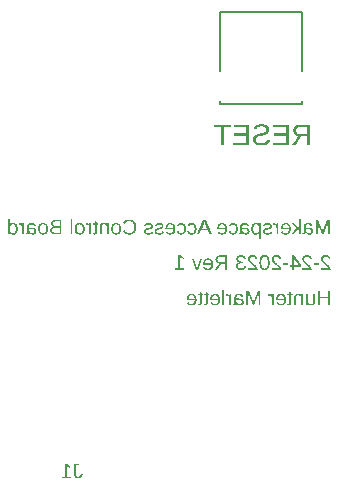
<source format=gbr>
G04 EAGLE Gerber RS-274X export*
G75*
%MOMM*%
%FSLAX34Y34*%
%LPD*%
%INSilkscreen Bottom*%
%IPPOS*%
%AMOC8*
5,1,8,0,0,1.08239X$1,22.5*%
G01*
G04 Define Apertures*
%ADD10C,0.127000*%
G36*
X101247Y250000D02*
X96237Y250000D01*
X95718Y250014D01*
X95227Y250057D01*
X94766Y250129D01*
X94335Y250229D01*
X93932Y250358D01*
X93559Y250515D01*
X93215Y250701D01*
X92900Y250915D01*
X92619Y251156D01*
X92375Y251419D01*
X92169Y251705D01*
X92001Y252013D01*
X91869Y252345D01*
X91776Y252700D01*
X91719Y253077D01*
X91701Y253477D01*
X91713Y253779D01*
X91750Y254068D01*
X91813Y254344D01*
X91900Y254606D01*
X92012Y254855D01*
X92149Y255091D01*
X92311Y255313D01*
X92498Y255522D01*
X92611Y255626D01*
X92707Y255715D01*
X92938Y255888D01*
X93190Y256041D01*
X93463Y256174D01*
X93757Y256287D01*
X94072Y256380D01*
X94409Y256454D01*
X94766Y256508D01*
X94494Y256579D01*
X94237Y256665D01*
X93997Y256767D01*
X93772Y256884D01*
X93563Y257017D01*
X93370Y257164D01*
X93292Y257236D01*
X93193Y257328D01*
X93032Y257506D01*
X92888Y257698D01*
X92764Y257900D01*
X92658Y258114D01*
X92572Y258338D01*
X92505Y258574D01*
X92457Y258820D01*
X92428Y259077D01*
X92419Y259345D01*
X92436Y259708D01*
X92487Y260047D01*
X92571Y260363D01*
X92690Y260656D01*
X92843Y260925D01*
X93030Y261171D01*
X93250Y261393D01*
X93505Y261592D01*
X93793Y261767D01*
X94116Y261920D01*
X94472Y262048D01*
X94862Y262154D01*
X95287Y262235D01*
X95745Y262294D01*
X96237Y262329D01*
X96763Y262341D01*
X101247Y262341D01*
X101247Y250000D01*
G37*
%LPC*%
G36*
X99574Y251340D02*
X99574Y255789D01*
X96456Y255789D01*
X96085Y255781D01*
X95738Y255755D01*
X95415Y255713D01*
X95115Y255653D01*
X94840Y255576D01*
X94588Y255483D01*
X94361Y255372D01*
X94157Y255244D01*
X93978Y255099D01*
X93822Y254937D01*
X93690Y254759D01*
X93583Y254563D01*
X93499Y254350D01*
X93439Y254120D01*
X93403Y253873D01*
X93391Y253609D01*
X93402Y253335D01*
X93435Y253079D01*
X93489Y252840D01*
X93566Y252619D01*
X93665Y252415D01*
X93785Y252229D01*
X93927Y252060D01*
X94092Y251909D01*
X94280Y251776D01*
X94494Y251660D01*
X94734Y251562D01*
X95000Y251482D01*
X95292Y251420D01*
X95611Y251376D01*
X95955Y251349D01*
X96325Y251340D01*
X99574Y251340D01*
G37*
G36*
X99574Y257094D02*
X99574Y261001D01*
X96763Y261001D01*
X96448Y260994D01*
X96153Y260974D01*
X95877Y260940D01*
X95620Y260893D01*
X95382Y260833D01*
X95163Y260759D01*
X94964Y260672D01*
X94784Y260572D01*
X94623Y260455D01*
X94485Y260321D01*
X94367Y260170D01*
X94271Y260000D01*
X94196Y259813D01*
X94143Y259608D01*
X94111Y259385D01*
X94100Y259144D01*
X94111Y258892D01*
X94142Y258656D01*
X94193Y258438D01*
X94266Y258236D01*
X94359Y258051D01*
X94472Y257884D01*
X94607Y257732D01*
X94762Y257598D01*
X94938Y257480D01*
X95135Y257378D01*
X95353Y257291D01*
X95593Y257220D01*
X95853Y257165D01*
X96135Y257126D01*
X96439Y257102D01*
X96763Y257094D01*
X99574Y257094D01*
G37*
%LPD*%
G36*
X270010Y246278D02*
X268434Y246278D01*
X268434Y249983D01*
X268442Y251064D01*
X268453Y251352D01*
X268469Y251471D01*
X268425Y251471D01*
X268325Y251272D01*
X268214Y251086D01*
X268092Y250912D01*
X267958Y250751D01*
X267814Y250603D01*
X267658Y250468D01*
X267491Y250346D01*
X267312Y250236D01*
X267123Y250140D01*
X266922Y250056D01*
X266710Y249986D01*
X266487Y249928D01*
X266253Y249883D01*
X266007Y249851D01*
X265750Y249831D01*
X265482Y249825D01*
X265060Y249844D01*
X264665Y249902D01*
X264297Y249999D01*
X263957Y250135D01*
X263644Y250309D01*
X263358Y250522D01*
X263099Y250774D01*
X262868Y251064D01*
X262663Y251393D01*
X262486Y251761D01*
X262336Y252168D01*
X262214Y252613D01*
X262119Y253097D01*
X262051Y253620D01*
X262010Y254182D01*
X261996Y254782D01*
X262010Y255390D01*
X262050Y255955D01*
X262118Y256479D01*
X262213Y256961D01*
X262335Y257401D01*
X262484Y257799D01*
X262660Y258155D01*
X262863Y258470D01*
X263094Y258745D01*
X263352Y258983D01*
X263638Y259185D01*
X263951Y259350D01*
X264293Y259478D01*
X264661Y259570D01*
X265058Y259625D01*
X265482Y259643D01*
X265758Y259637D01*
X266019Y259618D01*
X266268Y259586D01*
X266502Y259541D01*
X266723Y259484D01*
X266930Y259414D01*
X267124Y259331D01*
X267304Y259236D01*
X267472Y259127D01*
X267633Y259003D01*
X267928Y258711D01*
X268189Y258361D01*
X268416Y257953D01*
X268451Y257953D01*
X268473Y258566D01*
X268512Y259227D01*
X268539Y259477D01*
X270063Y259477D01*
X270040Y259178D01*
X270023Y258756D01*
X270010Y257541D01*
X270010Y246278D01*
G37*
%LPC*%
G36*
X265902Y250990D02*
X266226Y251004D01*
X266526Y251045D01*
X266803Y251114D01*
X267056Y251211D01*
X267287Y251335D01*
X267494Y251487D01*
X267677Y251667D01*
X267838Y251874D01*
X267978Y252111D01*
X268099Y252378D01*
X268201Y252676D01*
X268285Y253004D01*
X268350Y253363D01*
X268396Y253753D01*
X268424Y254173D01*
X268434Y254625D01*
X268416Y255263D01*
X268365Y255839D01*
X268278Y256351D01*
X268158Y256801D01*
X268004Y257192D01*
X267818Y257527D01*
X267601Y257807D01*
X267352Y258032D01*
X267213Y258124D01*
X267061Y258204D01*
X266897Y258272D01*
X266720Y258327D01*
X266530Y258370D01*
X266328Y258401D01*
X266113Y258420D01*
X265885Y258426D01*
X265603Y258412D01*
X265342Y258373D01*
X265100Y258306D01*
X264878Y258213D01*
X264675Y258094D01*
X264492Y257948D01*
X264329Y257775D01*
X264186Y257576D01*
X264060Y257346D01*
X263952Y257081D01*
X263860Y256780D01*
X263785Y256444D01*
X263727Y256073D01*
X263685Y255666D01*
X263660Y255224D01*
X263651Y254747D01*
X263660Y254257D01*
X263685Y253804D01*
X263727Y253388D01*
X263786Y253007D01*
X263862Y252664D01*
X263954Y252357D01*
X264064Y252086D01*
X264190Y251852D01*
X264335Y251650D01*
X264499Y251475D01*
X264683Y251327D01*
X264887Y251205D01*
X265111Y251111D01*
X265355Y251044D01*
X265619Y251003D01*
X265902Y250990D01*
G37*
%LPD*%
G36*
X60605Y249825D02*
X60343Y249831D01*
X60092Y249849D01*
X59852Y249880D01*
X59623Y249923D01*
X59404Y249979D01*
X59196Y250047D01*
X59000Y250127D01*
X58814Y250219D01*
X58637Y250326D01*
X58470Y250448D01*
X58312Y250587D01*
X58162Y250742D01*
X58021Y250913D01*
X57890Y251101D01*
X57653Y251524D01*
X57618Y251524D01*
X57610Y251121D01*
X57587Y250648D01*
X57558Y250232D01*
X57530Y250000D01*
X56024Y250000D01*
X56047Y250299D01*
X56063Y250725D01*
X56076Y251953D01*
X56076Y262998D01*
X57653Y262998D01*
X57653Y259065D01*
X57635Y258005D01*
X57653Y258005D01*
X57889Y258405D01*
X58161Y258748D01*
X58310Y258897D01*
X58468Y259032D01*
X58634Y259152D01*
X58809Y259258D01*
X58994Y259350D01*
X59191Y259430D01*
X59398Y259498D01*
X59617Y259553D01*
X59847Y259596D01*
X60088Y259627D01*
X60341Y259646D01*
X60605Y259652D01*
X61027Y259633D01*
X61422Y259574D01*
X61789Y259478D01*
X62130Y259342D01*
X62443Y259168D01*
X62729Y258955D01*
X62988Y258703D01*
X63219Y258413D01*
X63423Y258083D01*
X63600Y257715D01*
X63750Y257309D01*
X63873Y256863D01*
X63968Y256379D01*
X64036Y255856D01*
X64077Y255295D01*
X64091Y254695D01*
X64077Y254101D01*
X64038Y253546D01*
X63972Y253030D01*
X63879Y252553D01*
X63760Y252115D01*
X63615Y251716D01*
X63443Y251355D01*
X63245Y251034D01*
X63019Y250750D01*
X62763Y250505D01*
X62478Y250297D01*
X62163Y250127D01*
X61818Y249995D01*
X61443Y249900D01*
X61039Y249844D01*
X60605Y249825D01*
G37*
%LPC*%
G36*
X60202Y251042D02*
X60487Y251056D01*
X60752Y251096D01*
X60996Y251163D01*
X61220Y251257D01*
X61423Y251378D01*
X61606Y251525D01*
X61768Y251699D01*
X61910Y251901D01*
X62033Y252133D01*
X62140Y252400D01*
X62230Y252703D01*
X62304Y253041D01*
X62361Y253415D01*
X62402Y253824D01*
X62427Y254268D01*
X62435Y254747D01*
X62427Y255225D01*
X62402Y255668D01*
X62361Y256077D01*
X62303Y256452D01*
X62228Y256792D01*
X62137Y257098D01*
X62029Y257370D01*
X61905Y257607D01*
X61762Y257813D01*
X61599Y257992D01*
X61415Y258143D01*
X61210Y258267D01*
X60985Y258363D01*
X60738Y258432D01*
X60472Y258473D01*
X60184Y258487D01*
X59865Y258473D01*
X59568Y258432D01*
X59293Y258364D01*
X59041Y258268D01*
X58812Y258145D01*
X58604Y257994D01*
X58420Y257816D01*
X58257Y257611D01*
X58116Y257376D01*
X57993Y257110D01*
X57889Y256813D01*
X57804Y256484D01*
X57738Y256123D01*
X57691Y255731D01*
X57662Y255307D01*
X57653Y254852D01*
X57662Y254380D01*
X57691Y253940D01*
X57738Y253531D01*
X57804Y253155D01*
X57889Y252811D01*
X57993Y252499D01*
X58116Y252219D01*
X58257Y251971D01*
X58277Y251944D01*
X58420Y251753D01*
X58606Y251564D01*
X58814Y251405D01*
X59046Y251274D01*
X59300Y251173D01*
X59578Y251100D01*
X59878Y251057D01*
X60202Y251042D01*
G37*
%LPD*%
G36*
X85801Y249825D02*
X85296Y249844D01*
X84821Y249901D01*
X84377Y249996D01*
X83964Y250129D01*
X83582Y250300D01*
X83231Y250510D01*
X82911Y250757D01*
X82622Y251042D01*
X82366Y251366D01*
X82143Y251730D01*
X81955Y252134D01*
X81801Y252577D01*
X81681Y253060D01*
X81596Y253583D01*
X81544Y254145D01*
X81527Y254747D01*
X81543Y255355D01*
X81591Y255922D01*
X81671Y256447D01*
X81783Y256931D01*
X81928Y257374D01*
X82104Y257776D01*
X82312Y258137D01*
X82552Y258456D01*
X82826Y258737D01*
X83136Y258979D01*
X83482Y259185D01*
X83864Y259353D01*
X84281Y259484D01*
X84735Y259577D01*
X85224Y259633D01*
X85749Y259652D01*
X86263Y259633D01*
X86745Y259575D01*
X87193Y259479D01*
X87607Y259345D01*
X87989Y259173D01*
X88337Y258962D01*
X88653Y258713D01*
X88935Y258426D01*
X89184Y258100D01*
X89399Y257736D01*
X89582Y257334D01*
X89731Y256893D01*
X89847Y256414D01*
X89930Y255897D01*
X89980Y255341D01*
X89997Y254747D01*
X89980Y254167D01*
X89931Y253622D01*
X89848Y253112D01*
X89732Y252637D01*
X89583Y252198D01*
X89401Y251794D01*
X89185Y251424D01*
X88937Y251090D01*
X88656Y250794D01*
X88344Y250537D01*
X87999Y250319D01*
X87623Y250141D01*
X87215Y250003D01*
X86776Y249904D01*
X86305Y249845D01*
X85801Y249825D01*
G37*
%LPC*%
G36*
X85819Y250990D02*
X86134Y251004D01*
X86428Y251049D01*
X86700Y251122D01*
X86950Y251225D01*
X87178Y251358D01*
X87385Y251519D01*
X87570Y251711D01*
X87733Y251931D01*
X87875Y252181D01*
X87999Y252460D01*
X88104Y252769D01*
X88189Y253106D01*
X88256Y253473D01*
X88303Y253868D01*
X88332Y254293D01*
X88341Y254747D01*
X88332Y255213D01*
X88303Y255647D01*
X88255Y256049D01*
X88187Y256419D01*
X88100Y256757D01*
X87994Y257063D01*
X87869Y257338D01*
X87724Y257581D01*
X87558Y257793D01*
X87367Y257977D01*
X87153Y258133D01*
X86915Y258260D01*
X86653Y258360D01*
X86367Y258430D01*
X86057Y258473D01*
X85723Y258487D01*
X85391Y258473D01*
X85085Y258431D01*
X84803Y258362D01*
X84546Y258265D01*
X84313Y258140D01*
X84106Y257987D01*
X83923Y257806D01*
X83765Y257598D01*
X83629Y257359D01*
X83510Y257086D01*
X83410Y256780D01*
X83328Y256441D01*
X83265Y256068D01*
X83219Y255661D01*
X83192Y255221D01*
X83183Y254747D01*
X83192Y254279D01*
X83221Y253843D01*
X83268Y253440D01*
X83335Y253068D01*
X83420Y252728D01*
X83525Y252420D01*
X83649Y252144D01*
X83791Y251901D01*
X83956Y251687D01*
X84146Y251502D01*
X84362Y251346D01*
X84603Y251217D01*
X84869Y251118D01*
X85160Y251047D01*
X85477Y251004D01*
X85819Y250990D01*
G37*
%LPD*%
G36*
X116708Y249825D02*
X116202Y249844D01*
X115727Y249901D01*
X115283Y249996D01*
X114871Y250129D01*
X114489Y250300D01*
X114138Y250510D01*
X113818Y250757D01*
X113528Y251042D01*
X113272Y251366D01*
X113049Y251730D01*
X112861Y252134D01*
X112707Y252577D01*
X112587Y253060D01*
X112502Y253583D01*
X112451Y254145D01*
X112434Y254747D01*
X112450Y255355D01*
X112498Y255922D01*
X112578Y256447D01*
X112690Y256931D01*
X112834Y257374D01*
X113010Y257776D01*
X113218Y258137D01*
X113458Y258456D01*
X113732Y258737D01*
X114042Y258979D01*
X114388Y259185D01*
X114770Y259353D01*
X115187Y259484D01*
X115641Y259577D01*
X116130Y259633D01*
X116655Y259652D01*
X117170Y259633D01*
X117651Y259575D01*
X118099Y259479D01*
X118514Y259345D01*
X118895Y259173D01*
X119244Y258962D01*
X119559Y258713D01*
X119841Y258426D01*
X120090Y258100D01*
X120306Y257736D01*
X120488Y257334D01*
X120638Y256893D01*
X120754Y256414D01*
X120837Y255897D01*
X120886Y255341D01*
X120903Y254747D01*
X120886Y254167D01*
X120837Y253622D01*
X120754Y253112D01*
X120638Y252637D01*
X120489Y252198D01*
X120307Y251794D01*
X120092Y251424D01*
X119843Y251090D01*
X119562Y250794D01*
X119250Y250537D01*
X118906Y250319D01*
X118529Y250141D01*
X118122Y250003D01*
X117682Y249904D01*
X117211Y249845D01*
X116708Y249825D01*
G37*
%LPC*%
G36*
X116725Y250990D02*
X117041Y251004D01*
X117334Y251049D01*
X117606Y251122D01*
X117856Y251225D01*
X118085Y251358D01*
X118291Y251519D01*
X118476Y251711D01*
X118639Y251931D01*
X118782Y252181D01*
X118905Y252460D01*
X119010Y252769D01*
X119096Y253106D01*
X119162Y253473D01*
X119210Y253868D01*
X119238Y254293D01*
X119248Y254747D01*
X119238Y255213D01*
X119209Y255647D01*
X119161Y256049D01*
X119093Y256419D01*
X119006Y256757D01*
X118900Y257063D01*
X118775Y257338D01*
X118630Y257581D01*
X118464Y257793D01*
X118274Y257977D01*
X118059Y258133D01*
X117821Y258260D01*
X117559Y258360D01*
X117273Y258430D01*
X116963Y258473D01*
X116629Y258487D01*
X116297Y258473D01*
X115991Y258431D01*
X115709Y258362D01*
X115452Y258265D01*
X115220Y258140D01*
X115012Y257987D01*
X114829Y257806D01*
X114671Y257598D01*
X114535Y257359D01*
X114417Y257086D01*
X114316Y256780D01*
X114235Y256441D01*
X114171Y256068D01*
X114125Y255661D01*
X114098Y255221D01*
X114089Y254747D01*
X114098Y254279D01*
X114127Y253843D01*
X114174Y253440D01*
X114241Y253068D01*
X114327Y252728D01*
X114431Y252420D01*
X114555Y252144D01*
X114698Y251901D01*
X114862Y251687D01*
X115053Y251502D01*
X115268Y251346D01*
X115509Y251217D01*
X115775Y251118D01*
X116066Y251047D01*
X116383Y251004D01*
X116725Y250990D01*
G37*
%LPD*%
G36*
X147614Y249825D02*
X147108Y249844D01*
X146634Y249901D01*
X146190Y249996D01*
X145777Y250129D01*
X145395Y250300D01*
X145044Y250510D01*
X144724Y250757D01*
X144435Y251042D01*
X144178Y251366D01*
X143956Y251730D01*
X143767Y252134D01*
X143613Y252577D01*
X143494Y253060D01*
X143408Y253583D01*
X143357Y254145D01*
X143340Y254747D01*
X143356Y255355D01*
X143404Y255922D01*
X143484Y256447D01*
X143596Y256931D01*
X143740Y257374D01*
X143916Y257776D01*
X144124Y258137D01*
X144365Y258456D01*
X144639Y258737D01*
X144949Y258979D01*
X145294Y259185D01*
X145676Y259353D01*
X146094Y259484D01*
X146547Y259577D01*
X147036Y259633D01*
X147561Y259652D01*
X148076Y259633D01*
X148557Y259575D01*
X149005Y259479D01*
X149420Y259345D01*
X149802Y259173D01*
X150150Y258962D01*
X150465Y258713D01*
X150747Y258426D01*
X150996Y258100D01*
X151212Y257736D01*
X151394Y257334D01*
X151544Y256893D01*
X151660Y256414D01*
X151743Y255897D01*
X151793Y255341D01*
X151809Y254747D01*
X151793Y254167D01*
X151743Y253622D01*
X151660Y253112D01*
X151544Y252637D01*
X151395Y252198D01*
X151213Y251794D01*
X150998Y251424D01*
X150750Y251090D01*
X150469Y250794D01*
X150156Y250537D01*
X149812Y250319D01*
X149436Y250141D01*
X149028Y250003D01*
X148588Y249904D01*
X148117Y249845D01*
X147614Y249825D01*
G37*
%LPC*%
G36*
X147631Y250990D02*
X147947Y251004D01*
X148240Y251049D01*
X148512Y251122D01*
X148762Y251225D01*
X148991Y251358D01*
X149197Y251519D01*
X149382Y251711D01*
X149545Y251931D01*
X149688Y252181D01*
X149812Y252460D01*
X149916Y252769D01*
X150002Y253106D01*
X150068Y253473D01*
X150116Y253868D01*
X150144Y254293D01*
X150154Y254747D01*
X150144Y255213D01*
X150115Y255647D01*
X150067Y256049D01*
X150000Y256419D01*
X149913Y256757D01*
X149807Y257063D01*
X149681Y257338D01*
X149536Y257581D01*
X149370Y257793D01*
X149180Y257977D01*
X148966Y258133D01*
X148727Y258260D01*
X148465Y258360D01*
X148179Y258430D01*
X147869Y258473D01*
X147535Y258487D01*
X147204Y258473D01*
X146897Y258431D01*
X146615Y258362D01*
X146358Y258265D01*
X146126Y258140D01*
X145918Y257987D01*
X145736Y257806D01*
X145578Y257598D01*
X145441Y257359D01*
X145323Y257086D01*
X145223Y256780D01*
X145141Y256441D01*
X145077Y256068D01*
X145032Y255661D01*
X145004Y255221D01*
X144995Y254747D01*
X145005Y254279D01*
X145033Y253843D01*
X145081Y253440D01*
X145147Y253068D01*
X145233Y252728D01*
X145338Y252420D01*
X145461Y252144D01*
X145604Y251901D01*
X145769Y251687D01*
X145959Y251502D01*
X146174Y251346D01*
X146415Y251217D01*
X146681Y251118D01*
X146973Y251047D01*
X147289Y251004D01*
X147631Y250990D01*
G37*
%LPD*%
G36*
X318036Y250000D02*
X316529Y250000D01*
X316529Y262341D01*
X318675Y262341D01*
X321898Y253784D01*
X322013Y253467D01*
X322201Y252886D01*
X322386Y252263D01*
X322494Y251822D01*
X322709Y252676D01*
X322874Y253248D01*
X323046Y253784D01*
X326330Y262341D01*
X328529Y262341D01*
X328529Y250000D01*
X327040Y250000D01*
X327040Y258233D01*
X327075Y259888D01*
X327101Y260861D01*
X326812Y259897D01*
X326321Y258408D01*
X323090Y250000D01*
X321916Y250000D01*
X318728Y258408D01*
X318552Y258893D01*
X318364Y259464D01*
X317957Y260861D01*
X318016Y259573D01*
X318036Y258233D01*
X318036Y250000D01*
G37*
G36*
X218091Y250000D02*
X216383Y250000D01*
X221341Y262341D01*
X223241Y262341D01*
X228277Y250000D01*
X226543Y250000D01*
X225124Y253609D01*
X219501Y253609D01*
X218091Y250000D01*
G37*
%LPC*%
G36*
X224616Y254914D02*
X223040Y258969D01*
X222663Y260004D01*
X222392Y260834D01*
X222313Y261080D01*
X222076Y260353D01*
X221831Y259630D01*
X221586Y258986D01*
X220001Y254914D01*
X224616Y254914D01*
G37*
%LPD*%
G36*
X77155Y249825D02*
X76874Y249832D01*
X76603Y249853D01*
X76343Y249888D01*
X76094Y249938D01*
X75856Y250001D01*
X75629Y250079D01*
X75412Y250170D01*
X75206Y250276D01*
X75009Y250399D01*
X74818Y250541D01*
X74633Y250703D01*
X74454Y250886D01*
X74282Y251088D01*
X74115Y251310D01*
X73801Y251813D01*
X73748Y251813D01*
X73700Y251355D01*
X73660Y251151D01*
X73609Y250962D01*
X73547Y250790D01*
X73475Y250635D01*
X73391Y250495D01*
X73297Y250372D01*
X73190Y250264D01*
X73068Y250171D01*
X72931Y250092D01*
X72779Y250027D01*
X72613Y249977D01*
X72431Y249941D01*
X72234Y249920D01*
X72023Y249912D01*
X71713Y249921D01*
X71407Y249947D01*
X71105Y249991D01*
X70805Y250053D01*
X70805Y251034D01*
X71079Y250988D01*
X71322Y250972D01*
X71560Y250994D01*
X71756Y251061D01*
X71910Y251172D01*
X72023Y251327D01*
X72103Y251526D01*
X72161Y251768D01*
X72195Y252054D01*
X72207Y252382D01*
X72207Y256464D01*
X72221Y256840D01*
X72263Y257193D01*
X72334Y257524D01*
X72432Y257831D01*
X72559Y258116D01*
X72714Y258378D01*
X72897Y258617D01*
X73109Y258833D01*
X73348Y259025D01*
X73615Y259191D01*
X73910Y259332D01*
X74232Y259447D01*
X74582Y259537D01*
X74960Y259601D01*
X75365Y259639D01*
X75798Y259652D01*
X76211Y259642D01*
X76600Y259612D01*
X76967Y259562D01*
X77310Y259492D01*
X77629Y259402D01*
X77925Y259292D01*
X78198Y259162D01*
X78447Y259013D01*
X78673Y258843D01*
X78875Y258653D01*
X79055Y258443D01*
X79210Y258213D01*
X79342Y257964D01*
X79451Y257694D01*
X79537Y257404D01*
X79599Y257094D01*
X77952Y256946D01*
X77922Y257136D01*
X77880Y257313D01*
X77826Y257476D01*
X77760Y257627D01*
X77681Y257763D01*
X77591Y257887D01*
X77489Y257996D01*
X77374Y258093D01*
X77245Y258177D01*
X77097Y258250D01*
X76932Y258312D01*
X76748Y258362D01*
X76546Y258401D01*
X76326Y258430D01*
X75833Y258452D01*
X75579Y258444D01*
X75342Y258421D01*
X75123Y258382D01*
X74922Y258327D01*
X74738Y258257D01*
X74571Y258171D01*
X74423Y258070D01*
X74291Y257953D01*
X74176Y257818D01*
X74077Y257662D01*
X73992Y257486D01*
X73923Y257289D01*
X73870Y257072D01*
X73831Y256834D01*
X73808Y256576D01*
X73801Y256297D01*
X73801Y255781D01*
X75929Y255746D01*
X76449Y255721D01*
X76932Y255673D01*
X77378Y255603D01*
X77787Y255509D01*
X78159Y255393D01*
X78493Y255253D01*
X78791Y255090D01*
X79051Y254905D01*
X79278Y254697D01*
X79475Y254468D01*
X79641Y254218D01*
X79777Y253946D01*
X79883Y253653D01*
X79959Y253338D01*
X80004Y253002D01*
X80019Y252645D01*
X80008Y252325D01*
X79974Y252023D01*
X79918Y251739D01*
X79840Y251471D01*
X79739Y251222D01*
X79615Y250990D01*
X79469Y250775D01*
X79301Y250578D01*
X79110Y250402D01*
X78898Y250249D01*
X78663Y250119D01*
X78406Y250013D01*
X78126Y249931D01*
X77825Y249872D01*
X77501Y249837D01*
X77155Y249825D01*
G37*
%LPC*%
G36*
X76796Y251007D02*
X76983Y251014D01*
X77159Y251034D01*
X77324Y251066D01*
X77478Y251112D01*
X77621Y251171D01*
X77753Y251244D01*
X77873Y251329D01*
X77983Y251428D01*
X78080Y251538D01*
X78165Y251660D01*
X78236Y251792D01*
X78295Y251936D01*
X78340Y252090D01*
X78373Y252255D01*
X78392Y252432D01*
X78399Y252619D01*
X78380Y252957D01*
X78322Y253260D01*
X78227Y253530D01*
X78092Y253766D01*
X77922Y253971D01*
X77719Y254147D01*
X77482Y254295D01*
X77212Y254414D01*
X76892Y254507D01*
X76504Y254576D01*
X76049Y254621D01*
X75526Y254642D01*
X73801Y254677D01*
X73801Y253898D01*
X73825Y253537D01*
X73898Y253180D01*
X74020Y252829D01*
X74190Y252483D01*
X74403Y252158D01*
X74651Y251869D01*
X74935Y251617D01*
X75255Y251401D01*
X75604Y251229D01*
X75977Y251106D01*
X76375Y251032D01*
X76582Y251013D01*
X76796Y251007D01*
G37*
%LPD*%
G36*
X257624Y249825D02*
X257343Y249832D01*
X257072Y249853D01*
X256812Y249888D01*
X256563Y249938D01*
X256325Y250001D01*
X256098Y250079D01*
X255881Y250170D01*
X255675Y250276D01*
X255478Y250399D01*
X255287Y250541D01*
X255102Y250703D01*
X254923Y250886D01*
X254750Y251088D01*
X254584Y251310D01*
X254269Y251813D01*
X254217Y251813D01*
X254169Y251355D01*
X254129Y251151D01*
X254078Y250962D01*
X254016Y250790D01*
X253943Y250635D01*
X253860Y250495D01*
X253766Y250372D01*
X253659Y250264D01*
X253537Y250171D01*
X253400Y250092D01*
X253248Y250027D01*
X253081Y249977D01*
X252900Y249941D01*
X252703Y249920D01*
X252491Y249912D01*
X252182Y249921D01*
X251876Y249947D01*
X251573Y249991D01*
X251274Y250053D01*
X251274Y251034D01*
X251548Y250988D01*
X251791Y250972D01*
X252028Y250994D01*
X252224Y251061D01*
X252379Y251172D01*
X252491Y251327D01*
X252572Y251526D01*
X252629Y251768D01*
X252664Y252054D01*
X252675Y252382D01*
X252675Y256464D01*
X252690Y256840D01*
X252732Y257193D01*
X252802Y257524D01*
X252901Y257831D01*
X253028Y258116D01*
X253183Y258378D01*
X253366Y258617D01*
X253578Y258833D01*
X253817Y259025D01*
X254084Y259191D01*
X254379Y259332D01*
X254701Y259447D01*
X255051Y259537D01*
X255428Y259601D01*
X255834Y259639D01*
X256266Y259652D01*
X256680Y259642D01*
X257069Y259612D01*
X257435Y259562D01*
X257778Y259492D01*
X258098Y259402D01*
X258394Y259292D01*
X258667Y259162D01*
X258916Y259013D01*
X259142Y258843D01*
X259344Y258653D01*
X259523Y258443D01*
X259679Y258213D01*
X259811Y257964D01*
X259920Y257694D01*
X260006Y257404D01*
X260068Y257094D01*
X258421Y256946D01*
X258391Y257136D01*
X258349Y257313D01*
X258295Y257476D01*
X258228Y257627D01*
X258150Y257763D01*
X258060Y257887D01*
X257957Y257996D01*
X257843Y258093D01*
X257713Y258177D01*
X257566Y258250D01*
X257400Y258312D01*
X257217Y258362D01*
X257015Y258401D01*
X256795Y258430D01*
X256301Y258452D01*
X256047Y258444D01*
X255811Y258421D01*
X255592Y258382D01*
X255391Y258327D01*
X255207Y258257D01*
X255040Y258171D01*
X254891Y258070D01*
X254760Y257953D01*
X254645Y257818D01*
X254545Y257662D01*
X254461Y257486D01*
X254392Y257289D01*
X254338Y257072D01*
X254300Y256834D01*
X254277Y256576D01*
X254269Y256297D01*
X254269Y255781D01*
X256398Y255746D01*
X256918Y255721D01*
X257401Y255673D01*
X257847Y255603D01*
X258256Y255509D01*
X258627Y255393D01*
X258962Y255253D01*
X259260Y255090D01*
X259520Y254905D01*
X259747Y254697D01*
X259944Y254468D01*
X260110Y254218D01*
X260246Y253946D01*
X260352Y253653D01*
X260428Y253338D01*
X260473Y253002D01*
X260488Y252645D01*
X260477Y252325D01*
X260443Y252023D01*
X260387Y251739D01*
X260308Y251471D01*
X260207Y251222D01*
X260084Y250990D01*
X259938Y250775D01*
X259770Y250578D01*
X259579Y250402D01*
X259366Y250249D01*
X259131Y250119D01*
X258874Y250013D01*
X258595Y249931D01*
X258293Y249872D01*
X257970Y249837D01*
X257624Y249825D01*
G37*
%LPC*%
G36*
X257265Y251007D02*
X257452Y251014D01*
X257628Y251034D01*
X257793Y251066D01*
X257947Y251112D01*
X258090Y251171D01*
X258221Y251244D01*
X258342Y251329D01*
X258452Y251428D01*
X258549Y251538D01*
X258634Y251660D01*
X258705Y251792D01*
X258764Y251936D01*
X258809Y252090D01*
X258842Y252255D01*
X258861Y252432D01*
X258868Y252619D01*
X258849Y252957D01*
X258791Y253260D01*
X258695Y253530D01*
X258561Y253766D01*
X258391Y253971D01*
X258188Y254147D01*
X257951Y254295D01*
X257681Y254414D01*
X257360Y254507D01*
X256973Y254576D01*
X256517Y254621D01*
X255995Y254642D01*
X254269Y254677D01*
X254269Y253898D01*
X254294Y253537D01*
X254367Y253180D01*
X254489Y252829D01*
X254659Y252483D01*
X254872Y252158D01*
X255120Y251869D01*
X255404Y251617D01*
X255723Y251401D01*
X256073Y251229D01*
X256446Y251106D01*
X256843Y251032D01*
X257051Y251013D01*
X257265Y251007D01*
G37*
%LPD*%
G36*
X311436Y249825D02*
X311155Y249832D01*
X310884Y249853D01*
X310625Y249888D01*
X310376Y249938D01*
X310137Y250001D01*
X309910Y250079D01*
X309693Y250170D01*
X309488Y250276D01*
X309290Y250399D01*
X309099Y250541D01*
X308914Y250703D01*
X308736Y250886D01*
X308563Y251088D01*
X308396Y251310D01*
X308082Y251813D01*
X308029Y251813D01*
X307982Y251355D01*
X307941Y251151D01*
X307890Y250962D01*
X307829Y250790D01*
X307756Y250635D01*
X307673Y250495D01*
X307578Y250372D01*
X307471Y250264D01*
X307349Y250171D01*
X307212Y250092D01*
X307061Y250027D01*
X306894Y249977D01*
X306712Y249941D01*
X306515Y249920D01*
X306304Y249912D01*
X305995Y249921D01*
X305689Y249947D01*
X305386Y249991D01*
X305087Y250053D01*
X305087Y251034D01*
X305360Y250988D01*
X305603Y250972D01*
X305841Y250994D01*
X306037Y251061D01*
X306191Y251172D01*
X306304Y251327D01*
X306384Y251526D01*
X306442Y251768D01*
X306476Y252054D01*
X306488Y252382D01*
X306488Y256464D01*
X306502Y256840D01*
X306544Y257193D01*
X306615Y257524D01*
X306713Y257831D01*
X306840Y258116D01*
X306995Y258378D01*
X307179Y258617D01*
X307390Y258833D01*
X307629Y259025D01*
X307896Y259191D01*
X308191Y259332D01*
X308513Y259447D01*
X308863Y259537D01*
X309241Y259601D01*
X309646Y259639D01*
X310079Y259652D01*
X310492Y259642D01*
X310882Y259612D01*
X311248Y259562D01*
X311591Y259492D01*
X311910Y259402D01*
X312206Y259292D01*
X312479Y259162D01*
X312728Y259013D01*
X312954Y258843D01*
X313157Y258653D01*
X313336Y258443D01*
X313491Y258213D01*
X313624Y257964D01*
X313733Y257694D01*
X313818Y257404D01*
X313880Y257094D01*
X312234Y256946D01*
X312203Y257136D01*
X312161Y257313D01*
X312107Y257476D01*
X312041Y257627D01*
X311963Y257763D01*
X311872Y257887D01*
X311770Y257996D01*
X311655Y258093D01*
X311526Y258177D01*
X311378Y258250D01*
X311213Y258312D01*
X311029Y258362D01*
X310828Y258401D01*
X310608Y258430D01*
X310114Y258452D01*
X309860Y258444D01*
X309623Y258421D01*
X309405Y258382D01*
X309203Y258327D01*
X309019Y258257D01*
X308853Y258171D01*
X308704Y258070D01*
X308572Y257953D01*
X308457Y257818D01*
X308358Y257662D01*
X308274Y257486D01*
X308205Y257289D01*
X308151Y257072D01*
X308113Y256834D01*
X308090Y256576D01*
X308082Y256297D01*
X308082Y255781D01*
X310210Y255746D01*
X310730Y255721D01*
X311213Y255673D01*
X311659Y255603D01*
X312068Y255509D01*
X312440Y255393D01*
X312775Y255253D01*
X313072Y255090D01*
X313333Y254905D01*
X313560Y254697D01*
X313756Y254468D01*
X313922Y254218D01*
X314059Y253946D01*
X314164Y253653D01*
X314240Y253338D01*
X314285Y253002D01*
X314301Y252645D01*
X314289Y252325D01*
X314256Y252023D01*
X314200Y251739D01*
X314121Y251471D01*
X314020Y251222D01*
X313897Y250990D01*
X313751Y250775D01*
X313582Y250578D01*
X313392Y250402D01*
X313179Y250249D01*
X312944Y250119D01*
X312687Y250013D01*
X312407Y249931D01*
X312106Y249872D01*
X311782Y249837D01*
X311436Y249825D01*
G37*
%LPC*%
G36*
X311077Y251007D02*
X311265Y251014D01*
X311441Y251034D01*
X311606Y251066D01*
X311759Y251112D01*
X311902Y251171D01*
X312034Y251244D01*
X312155Y251329D01*
X312264Y251428D01*
X312362Y251538D01*
X312446Y251660D01*
X312518Y251792D01*
X312576Y251936D01*
X312622Y252090D01*
X312654Y252255D01*
X312674Y252432D01*
X312680Y252619D01*
X312661Y252957D01*
X312604Y253260D01*
X312508Y253530D01*
X312374Y253766D01*
X312204Y253971D01*
X312000Y254147D01*
X311764Y254295D01*
X311493Y254414D01*
X311173Y254507D01*
X310785Y254576D01*
X310330Y254621D01*
X309807Y254642D01*
X308082Y254677D01*
X308082Y253898D01*
X308106Y253537D01*
X308179Y253180D01*
X308301Y252829D01*
X308472Y252483D01*
X308684Y252158D01*
X308933Y251869D01*
X309216Y251617D01*
X309536Y251401D01*
X309885Y251229D01*
X310258Y251106D01*
X310656Y251032D01*
X310864Y251013D01*
X311077Y251007D01*
G37*
%LPD*%
G36*
X193344Y249825D02*
X192976Y249834D01*
X192624Y249860D01*
X192290Y249904D01*
X191973Y249965D01*
X191672Y250044D01*
X191388Y250140D01*
X191122Y250254D01*
X190872Y250385D01*
X190639Y250534D01*
X190423Y250701D01*
X190224Y250885D01*
X190041Y251086D01*
X189876Y251305D01*
X189728Y251542D01*
X189596Y251796D01*
X189481Y252067D01*
X190865Y252461D01*
X191000Y252160D01*
X191184Y251885D01*
X191418Y251638D01*
X191702Y251419D01*
X191862Y251322D01*
X192036Y251239D01*
X192222Y251168D01*
X192421Y251110D01*
X192633Y251065D01*
X192857Y251033D01*
X193094Y251014D01*
X193344Y251007D01*
X193658Y251021D01*
X193953Y251063D01*
X194229Y251132D01*
X194485Y251228D01*
X194721Y251353D01*
X194938Y251505D01*
X195136Y251685D01*
X195315Y251892D01*
X195473Y252125D01*
X195610Y252381D01*
X195725Y252660D01*
X195820Y252963D01*
X195894Y253288D01*
X195947Y253638D01*
X195978Y254010D01*
X195989Y254406D01*
X189227Y254406D01*
X189227Y254616D01*
X189244Y255226D01*
X189293Y255796D01*
X189374Y256327D01*
X189488Y256819D01*
X189635Y257272D01*
X189815Y257685D01*
X190027Y258058D01*
X190272Y258393D01*
X190549Y258688D01*
X190859Y258944D01*
X191202Y259160D01*
X191577Y259337D01*
X191985Y259475D01*
X192426Y259573D01*
X192899Y259632D01*
X193405Y259652D01*
X193901Y259632D01*
X194367Y259574D01*
X194803Y259476D01*
X195211Y259339D01*
X195588Y259163D01*
X195937Y258947D01*
X196256Y258693D01*
X196545Y258399D01*
X196803Y258069D01*
X197026Y257705D01*
X197215Y257306D01*
X197369Y256873D01*
X197490Y256406D01*
X197576Y255905D01*
X197627Y255369D01*
X197644Y254800D01*
X197627Y254201D01*
X197576Y253641D01*
X197490Y253118D01*
X197369Y252634D01*
X197215Y252188D01*
X197026Y251780D01*
X196803Y251409D01*
X196545Y251077D01*
X196255Y250784D01*
X195933Y250529D01*
X195580Y250314D01*
X195195Y250138D01*
X194779Y250001D01*
X194332Y249903D01*
X193854Y249844D01*
X193344Y249825D01*
G37*
%LPC*%
G36*
X195971Y255614D02*
X195949Y255940D01*
X195907Y256248D01*
X195845Y256539D01*
X195764Y256811D01*
X195665Y257065D01*
X195545Y257302D01*
X195407Y257520D01*
X195249Y257721D01*
X195074Y257900D01*
X194884Y258056D01*
X194679Y258188D01*
X194459Y258295D01*
X194225Y258379D01*
X193975Y258439D01*
X193711Y258475D01*
X193431Y258487D01*
X193144Y258476D01*
X192875Y258444D01*
X192622Y258390D01*
X192387Y258315D01*
X192169Y258218D01*
X191968Y258100D01*
X191785Y257961D01*
X191618Y257799D01*
X191469Y257615D01*
X191334Y257405D01*
X191216Y257170D01*
X191113Y256909D01*
X191025Y256624D01*
X190953Y256312D01*
X190897Y255976D01*
X190856Y255614D01*
X195971Y255614D01*
G37*
%LPD*%
G36*
X237219Y249825D02*
X236851Y249834D01*
X236499Y249860D01*
X236165Y249904D01*
X235848Y249965D01*
X235547Y250044D01*
X235263Y250140D01*
X234997Y250254D01*
X234747Y250385D01*
X234514Y250534D01*
X234298Y250701D01*
X234099Y250885D01*
X233916Y251086D01*
X233751Y251305D01*
X233603Y251542D01*
X233471Y251796D01*
X233356Y252067D01*
X234740Y252461D01*
X234875Y252160D01*
X235059Y251885D01*
X235293Y251638D01*
X235577Y251419D01*
X235737Y251322D01*
X235911Y251239D01*
X236097Y251168D01*
X236296Y251110D01*
X236508Y251065D01*
X236732Y251033D01*
X236969Y251014D01*
X237219Y251007D01*
X237533Y251021D01*
X237828Y251063D01*
X238104Y251132D01*
X238360Y251228D01*
X238596Y251353D01*
X238813Y251505D01*
X239011Y251685D01*
X239190Y251892D01*
X239348Y252125D01*
X239485Y252381D01*
X239600Y252660D01*
X239695Y252963D01*
X239769Y253288D01*
X239822Y253638D01*
X239853Y254010D01*
X239864Y254406D01*
X233102Y254406D01*
X233102Y254616D01*
X233119Y255226D01*
X233168Y255796D01*
X233249Y256327D01*
X233363Y256819D01*
X233510Y257272D01*
X233690Y257685D01*
X233902Y258058D01*
X234147Y258393D01*
X234424Y258688D01*
X234734Y258944D01*
X235077Y259160D01*
X235452Y259337D01*
X235860Y259475D01*
X236301Y259573D01*
X236774Y259632D01*
X237280Y259652D01*
X237776Y259632D01*
X238242Y259574D01*
X238678Y259476D01*
X239086Y259339D01*
X239463Y259163D01*
X239812Y258947D01*
X240131Y258693D01*
X240420Y258399D01*
X240678Y258069D01*
X240901Y257705D01*
X241090Y257306D01*
X241244Y256873D01*
X241365Y256406D01*
X241451Y255905D01*
X241502Y255369D01*
X241519Y254800D01*
X241502Y254201D01*
X241451Y253641D01*
X241365Y253118D01*
X241244Y252634D01*
X241090Y252188D01*
X240901Y251780D01*
X240678Y251409D01*
X240420Y251077D01*
X240130Y250784D01*
X239808Y250529D01*
X239455Y250314D01*
X239070Y250138D01*
X238654Y250001D01*
X238207Y249903D01*
X237729Y249844D01*
X237219Y249825D01*
G37*
%LPC*%
G36*
X239846Y255614D02*
X239824Y255940D01*
X239782Y256248D01*
X239720Y256539D01*
X239639Y256811D01*
X239540Y257065D01*
X239420Y257302D01*
X239282Y257520D01*
X239124Y257721D01*
X238949Y257900D01*
X238759Y258056D01*
X238554Y258188D01*
X238334Y258295D01*
X238100Y258379D01*
X237850Y258439D01*
X237586Y258475D01*
X237306Y258487D01*
X237019Y258476D01*
X236750Y258444D01*
X236497Y258390D01*
X236262Y258315D01*
X236044Y258218D01*
X235843Y258100D01*
X235660Y257961D01*
X235493Y257799D01*
X235344Y257615D01*
X235209Y257405D01*
X235091Y257170D01*
X234988Y256909D01*
X234900Y256624D01*
X234828Y256312D01*
X234772Y255976D01*
X234731Y255614D01*
X239846Y255614D01*
G37*
%LPD*%
G36*
X291063Y249825D02*
X290694Y249834D01*
X290343Y249860D01*
X290009Y249904D01*
X289691Y249965D01*
X289391Y250044D01*
X289107Y250140D01*
X288840Y250254D01*
X288590Y250385D01*
X288358Y250534D01*
X288141Y250701D01*
X287942Y250885D01*
X287760Y251086D01*
X287595Y251305D01*
X287446Y251542D01*
X287315Y251796D01*
X287200Y252067D01*
X288584Y252461D01*
X288718Y252160D01*
X288903Y251885D01*
X289137Y251638D01*
X289420Y251419D01*
X289581Y251322D01*
X289755Y251239D01*
X289941Y251168D01*
X290140Y251110D01*
X290351Y251065D01*
X290576Y251033D01*
X290813Y251014D01*
X291063Y251007D01*
X291377Y251021D01*
X291672Y251063D01*
X291947Y251132D01*
X292203Y251228D01*
X292440Y251353D01*
X292657Y251505D01*
X292855Y251685D01*
X293033Y251892D01*
X293191Y252125D01*
X293328Y252381D01*
X293444Y252660D01*
X293539Y252963D01*
X293613Y253288D01*
X293666Y253638D01*
X293697Y254010D01*
X293708Y254406D01*
X286946Y254406D01*
X286946Y254616D01*
X286962Y255226D01*
X287011Y255796D01*
X287093Y256327D01*
X287207Y256819D01*
X287354Y257272D01*
X287534Y257685D01*
X287746Y258058D01*
X287991Y258393D01*
X288268Y258688D01*
X288578Y258944D01*
X288921Y259160D01*
X289296Y259337D01*
X289704Y259475D01*
X290145Y259573D01*
X290618Y259632D01*
X291124Y259652D01*
X291619Y259632D01*
X292085Y259574D01*
X292522Y259476D01*
X292929Y259339D01*
X293307Y259163D01*
X293655Y258947D01*
X293974Y258693D01*
X294264Y258399D01*
X294521Y258069D01*
X294745Y257705D01*
X294934Y257306D01*
X295088Y256873D01*
X295208Y256406D01*
X295294Y255905D01*
X295346Y255369D01*
X295363Y254800D01*
X295346Y254201D01*
X295294Y253641D01*
X295208Y253118D01*
X295088Y252634D01*
X294934Y252188D01*
X294745Y251780D01*
X294521Y251409D01*
X294264Y251077D01*
X293973Y250784D01*
X293652Y250529D01*
X293298Y250314D01*
X292914Y250138D01*
X292498Y250001D01*
X292051Y249903D01*
X291572Y249844D01*
X291063Y249825D01*
G37*
%LPC*%
G36*
X293690Y255614D02*
X293667Y255940D01*
X293625Y256248D01*
X293564Y256539D01*
X293483Y256811D01*
X293383Y257065D01*
X293264Y257302D01*
X293125Y257520D01*
X292968Y257721D01*
X292793Y257900D01*
X292603Y258056D01*
X292398Y258188D01*
X292178Y258295D01*
X291944Y258379D01*
X291694Y258439D01*
X291430Y258475D01*
X291150Y258487D01*
X290863Y258476D01*
X290593Y258444D01*
X290341Y258390D01*
X290106Y258315D01*
X289888Y258218D01*
X289687Y258100D01*
X289503Y257961D01*
X289337Y257799D01*
X289187Y257615D01*
X289053Y257405D01*
X288934Y257170D01*
X288831Y256909D01*
X288744Y256624D01*
X288672Y256312D01*
X288616Y255976D01*
X288575Y255614D01*
X293690Y255614D01*
G37*
%LPD*%
G36*
X158603Y249825D02*
X158155Y249838D01*
X157720Y249877D01*
X157299Y249942D01*
X156892Y250033D01*
X156499Y250150D01*
X156119Y250293D01*
X155754Y250462D01*
X155402Y250657D01*
X155067Y250877D01*
X154751Y251121D01*
X154454Y251388D01*
X154177Y251679D01*
X153919Y251995D01*
X153680Y252334D01*
X153461Y252696D01*
X153261Y253083D01*
X154627Y253766D01*
X154795Y253455D01*
X154973Y253165D01*
X155162Y252894D01*
X155360Y252643D01*
X155568Y252413D01*
X155787Y252202D01*
X156015Y252012D01*
X156254Y251841D01*
X156502Y251691D01*
X156761Y251561D01*
X157030Y251451D01*
X157309Y251360D01*
X157598Y251290D01*
X157896Y251240D01*
X158205Y251210D01*
X158524Y251200D01*
X159017Y251221D01*
X159484Y251286D01*
X159924Y251394D01*
X160339Y251545D01*
X160727Y251739D01*
X161089Y251976D01*
X161425Y252256D01*
X161734Y252579D01*
X162013Y252938D01*
X162254Y253325D01*
X162458Y253739D01*
X162625Y254181D01*
X162754Y254651D01*
X162847Y255149D01*
X162903Y255674D01*
X162921Y256227D01*
X162903Y256786D01*
X162850Y257314D01*
X162761Y257811D01*
X162637Y258278D01*
X162476Y258714D01*
X162281Y259120D01*
X162049Y259495D01*
X161783Y259840D01*
X161484Y260149D01*
X161156Y260417D01*
X160801Y260643D01*
X160416Y260829D01*
X160004Y260973D01*
X159562Y261076D01*
X159093Y261138D01*
X158595Y261158D01*
X158274Y261149D01*
X157964Y261123D01*
X157666Y261078D01*
X157378Y261016D01*
X157102Y260936D01*
X156837Y260838D01*
X156582Y260723D01*
X156339Y260589D01*
X156110Y260439D01*
X155897Y260273D01*
X155700Y260091D01*
X155519Y259893D01*
X155355Y259679D01*
X155207Y259449D01*
X155075Y259204D01*
X154960Y258942D01*
X153374Y259468D01*
X153541Y259835D01*
X153729Y260179D01*
X153939Y260500D01*
X154171Y260797D01*
X154425Y261071D01*
X154701Y261322D01*
X154999Y261550D01*
X155319Y261754D01*
X155660Y261935D01*
X156021Y262091D01*
X156402Y262224D01*
X156803Y262332D01*
X157225Y262416D01*
X157667Y262477D01*
X158129Y262513D01*
X158612Y262525D01*
X158960Y262518D01*
X159298Y262499D01*
X159627Y262466D01*
X159946Y262420D01*
X160255Y262361D01*
X160555Y262289D01*
X160845Y262205D01*
X161126Y262106D01*
X161397Y261995D01*
X161658Y261871D01*
X161910Y261734D01*
X162153Y261584D01*
X162609Y261244D01*
X163026Y260852D01*
X163400Y260414D01*
X163724Y259935D01*
X163998Y259417D01*
X164116Y259143D01*
X164222Y258859D01*
X164315Y258565D01*
X164396Y258261D01*
X164465Y257947D01*
X164521Y257623D01*
X164564Y257289D01*
X164595Y256945D01*
X164614Y256591D01*
X164620Y256227D01*
X164609Y255743D01*
X164576Y255275D01*
X164520Y254824D01*
X164442Y254389D01*
X164342Y253971D01*
X164219Y253569D01*
X164074Y253184D01*
X163907Y252816D01*
X163718Y252466D01*
X163509Y252137D01*
X163280Y251829D01*
X163031Y251542D01*
X162761Y251275D01*
X162471Y251029D01*
X162161Y250804D01*
X161831Y250600D01*
X161482Y250418D01*
X161118Y250261D01*
X160739Y250128D01*
X160343Y250019D01*
X159932Y249934D01*
X159505Y249873D01*
X159062Y249837D01*
X158603Y249825D01*
G37*
G36*
X297947Y250000D02*
X296099Y250000D01*
X300145Y255404D01*
X296300Y259477D01*
X298148Y259477D01*
X302309Y254879D01*
X302309Y262998D01*
X303885Y262998D01*
X303885Y250000D01*
X302309Y250000D01*
X302309Y253372D01*
X301152Y254327D01*
X297947Y250000D01*
G37*
G36*
X135368Y250000D02*
X133783Y250000D01*
X133783Y256315D01*
X133794Y256746D01*
X133828Y257145D01*
X133884Y257513D01*
X133963Y257849D01*
X134065Y258153D01*
X134189Y258426D01*
X134336Y258667D01*
X134505Y258877D01*
X134699Y259058D01*
X134919Y259216D01*
X135165Y259349D01*
X135437Y259458D01*
X135735Y259543D01*
X136060Y259603D01*
X136410Y259640D01*
X136787Y259652D01*
X137046Y259646D01*
X137295Y259626D01*
X137533Y259595D01*
X137760Y259550D01*
X137976Y259493D01*
X138182Y259423D01*
X138377Y259340D01*
X138560Y259245D01*
X138736Y259134D01*
X138907Y259005D01*
X139072Y258859D01*
X139232Y258694D01*
X139535Y258311D01*
X139817Y257856D01*
X139844Y257856D01*
X139874Y258798D01*
X139896Y259240D01*
X139914Y259477D01*
X141403Y259477D01*
X141380Y259212D01*
X141363Y258787D01*
X141350Y257454D01*
X141350Y250000D01*
X139774Y250000D01*
X139774Y255492D01*
X139763Y255828D01*
X139732Y256146D01*
X139681Y256445D01*
X139609Y256724D01*
X139517Y256985D01*
X139404Y257227D01*
X139271Y257451D01*
X139117Y257655D01*
X138945Y257838D01*
X138758Y257996D01*
X138556Y258130D01*
X138339Y258240D01*
X138107Y258325D01*
X137860Y258386D01*
X137598Y258422D01*
X137321Y258434D01*
X136955Y258420D01*
X136636Y258378D01*
X136364Y258306D01*
X136139Y258207D01*
X135951Y258075D01*
X135791Y257907D01*
X135658Y257703D01*
X135552Y257462D01*
X135471Y257178D01*
X135414Y256840D01*
X135379Y256451D01*
X135368Y256008D01*
X135368Y250000D01*
G37*
G36*
X174993Y249825D02*
X174550Y249836D01*
X174133Y249870D01*
X173741Y249927D01*
X173374Y250007D01*
X173032Y250109D01*
X172716Y250234D01*
X172425Y250381D01*
X172160Y250552D01*
X171923Y250743D01*
X171717Y250954D01*
X171543Y251183D01*
X171401Y251432D01*
X171290Y251700D01*
X171211Y251987D01*
X171164Y252293D01*
X171148Y252619D01*
X171159Y252883D01*
X171192Y253132D01*
X171247Y253367D01*
X171323Y253587D01*
X171420Y253793D01*
X171535Y253986D01*
X171667Y254167D01*
X171818Y254335D01*
X171993Y254494D01*
X172196Y254645D01*
X172428Y254790D01*
X172690Y254927D01*
X173009Y255063D01*
X173417Y255206D01*
X173911Y255354D01*
X174494Y255509D01*
X175589Y255798D01*
X175965Y255916D01*
X176228Y256017D01*
X176421Y256114D01*
X176589Y256221D01*
X176732Y256337D01*
X176850Y256464D01*
X176942Y256604D01*
X177008Y256762D01*
X177047Y256937D01*
X177060Y257129D01*
X177052Y257288D01*
X177028Y257437D01*
X176989Y257575D01*
X176933Y257703D01*
X176862Y257821D01*
X176774Y257928D01*
X176671Y258024D01*
X176552Y258110D01*
X176416Y258186D01*
X176263Y258252D01*
X176092Y258308D01*
X175904Y258353D01*
X175475Y258414D01*
X174976Y258434D01*
X174518Y258413D01*
X174110Y258350D01*
X173750Y258245D01*
X173439Y258097D01*
X173179Y257910D01*
X172975Y257687D01*
X172894Y257561D01*
X172827Y257426D01*
X172773Y257283D01*
X172733Y257129D01*
X171315Y257305D01*
X171386Y257599D01*
X171480Y257872D01*
X171594Y258124D01*
X171730Y258356D01*
X171886Y258566D01*
X172064Y258756D01*
X172263Y258926D01*
X172484Y259074D01*
X172725Y259203D01*
X172986Y259315D01*
X173267Y259410D01*
X173569Y259488D01*
X173890Y259548D01*
X174232Y259591D01*
X174594Y259617D01*
X174976Y259626D01*
X175405Y259615D01*
X175807Y259583D01*
X176184Y259530D01*
X176534Y259456D01*
X176857Y259360D01*
X177154Y259244D01*
X177425Y259106D01*
X177669Y258947D01*
X177885Y258768D01*
X178073Y258569D01*
X178232Y258351D01*
X178362Y258114D01*
X178463Y257857D01*
X178535Y257581D01*
X178578Y257286D01*
X178593Y256972D01*
X178573Y256635D01*
X178512Y256326D01*
X178411Y256044D01*
X178269Y255789D01*
X178091Y255558D01*
X177882Y255344D01*
X177642Y255148D01*
X177371Y254970D01*
X177035Y254801D01*
X176601Y254630D01*
X176070Y254457D01*
X175440Y254283D01*
X174310Y253985D01*
X173910Y253864D01*
X173570Y253727D01*
X173289Y253575D01*
X173066Y253407D01*
X172898Y253219D01*
X172777Y253004D01*
X172705Y252763D01*
X172681Y252496D01*
X172690Y252318D01*
X172716Y252151D01*
X172759Y251996D01*
X172820Y251852D01*
X172898Y251720D01*
X172994Y251600D01*
X173107Y251490D01*
X173237Y251393D01*
X173386Y251306D01*
X173555Y251232D01*
X173745Y251168D01*
X173954Y251117D01*
X174184Y251076D01*
X174433Y251048D01*
X174703Y251030D01*
X174993Y251025D01*
X175523Y251047D01*
X175992Y251113D01*
X176203Y251163D01*
X176399Y251224D01*
X176580Y251296D01*
X176745Y251379D01*
X176896Y251475D01*
X177033Y251582D01*
X177157Y251703D01*
X177268Y251836D01*
X177365Y251982D01*
X177449Y252141D01*
X177520Y252312D01*
X177577Y252496D01*
X178970Y252225D01*
X178887Y251926D01*
X178783Y251648D01*
X178659Y251390D01*
X178513Y251153D01*
X178347Y250936D01*
X178159Y250739D01*
X177951Y250563D01*
X177721Y250407D01*
X177469Y250271D01*
X177191Y250152D01*
X176888Y250052D01*
X176560Y249970D01*
X176206Y249907D01*
X175827Y249861D01*
X175423Y249834D01*
X174993Y249825D01*
G37*
G36*
X183962Y249825D02*
X183519Y249836D01*
X183102Y249870D01*
X182710Y249927D01*
X182343Y250007D01*
X182001Y250109D01*
X181685Y250234D01*
X181394Y250381D01*
X181129Y250552D01*
X180891Y250743D01*
X180686Y250954D01*
X180512Y251183D01*
X180370Y251432D01*
X180259Y251700D01*
X180180Y251987D01*
X180133Y252293D01*
X180117Y252619D01*
X180128Y252883D01*
X180161Y253132D01*
X180215Y253367D01*
X180292Y253587D01*
X180389Y253793D01*
X180503Y253986D01*
X180636Y254167D01*
X180787Y254335D01*
X180961Y254494D01*
X181165Y254645D01*
X181397Y254790D01*
X181658Y254927D01*
X181978Y255063D01*
X182385Y255206D01*
X182880Y255354D01*
X183463Y255509D01*
X184557Y255798D01*
X184934Y255916D01*
X185197Y256017D01*
X185390Y256114D01*
X185558Y256221D01*
X185701Y256337D01*
X185819Y256464D01*
X185911Y256604D01*
X185976Y256762D01*
X186016Y256937D01*
X186029Y257129D01*
X186021Y257288D01*
X185997Y257437D01*
X185957Y257575D01*
X185902Y257703D01*
X185830Y257821D01*
X185743Y257928D01*
X185640Y258024D01*
X185521Y258110D01*
X185385Y258186D01*
X185232Y258252D01*
X185061Y258308D01*
X184873Y258353D01*
X184444Y258414D01*
X183944Y258434D01*
X183487Y258413D01*
X183078Y258350D01*
X182718Y258245D01*
X182407Y258097D01*
X182148Y257910D01*
X181944Y257687D01*
X181863Y257561D01*
X181796Y257426D01*
X181742Y257283D01*
X181702Y257129D01*
X180283Y257305D01*
X180355Y257599D01*
X180448Y257872D01*
X180563Y258124D01*
X180698Y258356D01*
X180855Y258566D01*
X181033Y258756D01*
X181232Y258926D01*
X181453Y259074D01*
X181694Y259203D01*
X181955Y259315D01*
X182236Y259410D01*
X182538Y259488D01*
X182859Y259548D01*
X183201Y259591D01*
X183563Y259617D01*
X183944Y259626D01*
X184373Y259615D01*
X184776Y259583D01*
X185152Y259530D01*
X185502Y259456D01*
X185826Y259360D01*
X186123Y259244D01*
X186393Y259106D01*
X186638Y258947D01*
X186854Y258768D01*
X187042Y258569D01*
X187201Y258351D01*
X187331Y258114D01*
X187432Y257857D01*
X187504Y257581D01*
X187547Y257286D01*
X187562Y256972D01*
X187541Y256635D01*
X187481Y256326D01*
X187379Y256044D01*
X187238Y255789D01*
X187060Y255558D01*
X186851Y255344D01*
X186611Y255148D01*
X186340Y254970D01*
X186004Y254801D01*
X185570Y254630D01*
X185038Y254457D01*
X184409Y254283D01*
X183279Y253985D01*
X182879Y253864D01*
X182539Y253727D01*
X182257Y253575D01*
X182035Y253407D01*
X181866Y253219D01*
X181746Y253004D01*
X181674Y252763D01*
X181650Y252496D01*
X181658Y252318D01*
X181684Y252151D01*
X181728Y251996D01*
X181789Y251852D01*
X181867Y251720D01*
X181963Y251600D01*
X182075Y251490D01*
X182206Y251393D01*
X182355Y251306D01*
X182524Y251232D01*
X182713Y251168D01*
X182923Y251117D01*
X183153Y251076D01*
X183402Y251048D01*
X183672Y251030D01*
X183962Y251025D01*
X184492Y251047D01*
X184960Y251113D01*
X185172Y251163D01*
X185368Y251224D01*
X185548Y251296D01*
X185714Y251379D01*
X185865Y251475D01*
X186002Y251582D01*
X186126Y251703D01*
X186237Y251836D01*
X186334Y251982D01*
X186418Y252141D01*
X186489Y252312D01*
X186546Y252496D01*
X187938Y252225D01*
X187856Y251926D01*
X187752Y251648D01*
X187627Y251390D01*
X187482Y251153D01*
X187315Y250936D01*
X187128Y250739D01*
X186919Y250563D01*
X186690Y250407D01*
X186438Y250271D01*
X186160Y250152D01*
X185857Y250052D01*
X185529Y249970D01*
X185175Y249907D01*
X184796Y249861D01*
X184392Y249834D01*
X183962Y249825D01*
G37*
G36*
X275712Y249825D02*
X275269Y249836D01*
X274852Y249870D01*
X274460Y249927D01*
X274093Y250007D01*
X273751Y250109D01*
X273435Y250234D01*
X273144Y250381D01*
X272879Y250552D01*
X272641Y250743D01*
X272436Y250954D01*
X272262Y251183D01*
X272120Y251432D01*
X272009Y251700D01*
X271930Y251987D01*
X271883Y252293D01*
X271867Y252619D01*
X271878Y252883D01*
X271911Y253132D01*
X271965Y253367D01*
X272042Y253587D01*
X272139Y253793D01*
X272253Y253986D01*
X272386Y254167D01*
X272537Y254335D01*
X272711Y254494D01*
X272915Y254645D01*
X273147Y254790D01*
X273408Y254927D01*
X273728Y255063D01*
X274135Y255206D01*
X274630Y255354D01*
X275213Y255509D01*
X276307Y255798D01*
X276684Y255916D01*
X276947Y256017D01*
X277140Y256114D01*
X277308Y256221D01*
X277451Y256337D01*
X277569Y256464D01*
X277661Y256604D01*
X277726Y256762D01*
X277766Y256937D01*
X277779Y257129D01*
X277771Y257288D01*
X277747Y257437D01*
X277707Y257575D01*
X277652Y257703D01*
X277580Y257821D01*
X277493Y257928D01*
X277390Y258024D01*
X277271Y258110D01*
X277135Y258186D01*
X276982Y258252D01*
X276811Y258308D01*
X276623Y258353D01*
X276194Y258414D01*
X275694Y258434D01*
X275237Y258413D01*
X274828Y258350D01*
X274468Y258245D01*
X274157Y258097D01*
X273898Y257910D01*
X273694Y257687D01*
X273613Y257561D01*
X273546Y257426D01*
X273492Y257283D01*
X273452Y257129D01*
X272033Y257305D01*
X272105Y257599D01*
X272198Y257872D01*
X272313Y258124D01*
X272448Y258356D01*
X272605Y258566D01*
X272783Y258756D01*
X272982Y258926D01*
X273203Y259074D01*
X273444Y259203D01*
X273705Y259315D01*
X273986Y259410D01*
X274288Y259488D01*
X274609Y259548D01*
X274951Y259591D01*
X275313Y259617D01*
X275694Y259626D01*
X276123Y259615D01*
X276526Y259583D01*
X276902Y259530D01*
X277252Y259456D01*
X277576Y259360D01*
X277873Y259244D01*
X278143Y259106D01*
X278388Y258947D01*
X278604Y258768D01*
X278792Y258569D01*
X278951Y258351D01*
X279081Y258114D01*
X279182Y257857D01*
X279254Y257581D01*
X279297Y257286D01*
X279312Y256972D01*
X279291Y256635D01*
X279231Y256326D01*
X279129Y256044D01*
X278988Y255789D01*
X278810Y255558D01*
X278601Y255344D01*
X278361Y255148D01*
X278090Y254970D01*
X277754Y254801D01*
X277320Y254630D01*
X276788Y254457D01*
X276159Y254283D01*
X275029Y253985D01*
X274629Y253864D01*
X274289Y253727D01*
X274007Y253575D01*
X273785Y253407D01*
X273616Y253219D01*
X273496Y253004D01*
X273424Y252763D01*
X273400Y252496D01*
X273408Y252318D01*
X273434Y252151D01*
X273478Y251996D01*
X273539Y251852D01*
X273617Y251720D01*
X273713Y251600D01*
X273825Y251490D01*
X273956Y251393D01*
X274105Y251306D01*
X274274Y251232D01*
X274463Y251168D01*
X274673Y251117D01*
X274903Y251076D01*
X275152Y251048D01*
X275422Y251030D01*
X275712Y251025D01*
X276242Y251047D01*
X276710Y251113D01*
X276922Y251163D01*
X277118Y251224D01*
X277298Y251296D01*
X277464Y251379D01*
X277615Y251475D01*
X277752Y251582D01*
X277876Y251703D01*
X277987Y251836D01*
X278084Y251982D01*
X278168Y252141D01*
X278239Y252312D01*
X278296Y252496D01*
X279688Y252225D01*
X279606Y251926D01*
X279502Y251648D01*
X279377Y251390D01*
X279232Y251153D01*
X279065Y250936D01*
X278878Y250739D01*
X278669Y250563D01*
X278440Y250407D01*
X278188Y250271D01*
X277910Y250152D01*
X277607Y250052D01*
X277279Y249970D01*
X276925Y249907D01*
X276546Y249861D01*
X276142Y249834D01*
X275712Y249825D01*
G37*
G36*
X202532Y249825D02*
X202163Y249838D01*
X201811Y249876D01*
X201476Y249939D01*
X201156Y250028D01*
X200854Y250143D01*
X200567Y250283D01*
X200298Y250448D01*
X200044Y250639D01*
X199811Y250852D01*
X199603Y251081D01*
X199420Y251328D01*
X199262Y251592D01*
X199129Y251873D01*
X199021Y252172D01*
X198938Y252487D01*
X198879Y252820D01*
X200473Y252925D01*
X200513Y252697D01*
X200566Y252483D01*
X200633Y252285D01*
X200713Y252102D01*
X200807Y251935D01*
X200914Y251782D01*
X201035Y251646D01*
X201170Y251524D01*
X201315Y251417D01*
X201469Y251325D01*
X201632Y251246D01*
X201804Y251182D01*
X201984Y251133D01*
X202172Y251097D01*
X202369Y251076D01*
X202575Y251069D01*
X202866Y251083D01*
X203138Y251125D01*
X203390Y251197D01*
X203624Y251296D01*
X203839Y251424D01*
X204035Y251581D01*
X204213Y251766D01*
X204371Y251979D01*
X204510Y252222D01*
X204631Y252496D01*
X204734Y252801D01*
X204818Y253136D01*
X204883Y253501D01*
X204929Y253898D01*
X204957Y254325D01*
X204966Y254782D01*
X204958Y255257D01*
X204931Y255696D01*
X204888Y256100D01*
X204826Y256468D01*
X204747Y256801D01*
X204651Y257098D01*
X204537Y257359D01*
X204406Y257585D01*
X204255Y257780D01*
X204082Y257949D01*
X203888Y258092D01*
X203672Y258209D01*
X203435Y258300D01*
X203176Y258365D01*
X202895Y258404D01*
X202593Y258417D01*
X202370Y258410D01*
X202159Y258388D01*
X201962Y258352D01*
X201778Y258301D01*
X201608Y258236D01*
X201450Y258156D01*
X201305Y258062D01*
X201174Y257953D01*
X200948Y257700D01*
X200769Y257408D01*
X200637Y257074D01*
X200552Y256700D01*
X198932Y256823D01*
X199004Y257145D01*
X199099Y257449D01*
X199216Y257735D01*
X199355Y258003D01*
X199517Y258254D01*
X199701Y258486D01*
X199907Y258701D01*
X200136Y258899D01*
X200384Y259075D01*
X200647Y259228D01*
X200925Y259358D01*
X201219Y259464D01*
X201528Y259546D01*
X201853Y259605D01*
X202193Y259640D01*
X202549Y259652D01*
X203025Y259632D01*
X203473Y259573D01*
X203892Y259475D01*
X204283Y259338D01*
X204646Y259161D01*
X204980Y258945D01*
X205285Y258690D01*
X205562Y258395D01*
X205808Y258063D01*
X206022Y257696D01*
X206202Y257293D01*
X206350Y256855D01*
X206465Y256381D01*
X206547Y255872D01*
X206597Y255327D01*
X206613Y254747D01*
X206597Y254163D01*
X206548Y253615D01*
X206466Y253103D01*
X206351Y252626D01*
X206204Y252186D01*
X206024Y251782D01*
X205812Y251414D01*
X205566Y251082D01*
X205290Y250787D01*
X204984Y250532D01*
X204649Y250316D01*
X204284Y250139D01*
X203890Y250002D01*
X203467Y249903D01*
X203014Y249844D01*
X202532Y249825D01*
G37*
G36*
X211500Y249825D02*
X211132Y249838D01*
X210780Y249876D01*
X210444Y249939D01*
X210125Y250028D01*
X209822Y250143D01*
X209536Y250283D01*
X209266Y250448D01*
X209013Y250639D01*
X208780Y250852D01*
X208572Y251081D01*
X208389Y251328D01*
X208231Y251592D01*
X208098Y251873D01*
X207990Y252172D01*
X207906Y252487D01*
X207848Y252820D01*
X209442Y252925D01*
X209482Y252697D01*
X209535Y252483D01*
X209602Y252285D01*
X209682Y252102D01*
X209776Y251935D01*
X209883Y251782D01*
X210004Y251646D01*
X210138Y251524D01*
X210284Y251417D01*
X210438Y251325D01*
X210601Y251246D01*
X210772Y251182D01*
X210952Y251133D01*
X211141Y251097D01*
X211338Y251076D01*
X211544Y251069D01*
X211835Y251083D01*
X212106Y251125D01*
X212359Y251197D01*
X212593Y251296D01*
X212808Y251424D01*
X213004Y251581D01*
X213181Y251766D01*
X213340Y251979D01*
X213479Y252222D01*
X213600Y252496D01*
X213703Y252801D01*
X213786Y253136D01*
X213851Y253501D01*
X213898Y253898D01*
X213926Y254325D01*
X213935Y254782D01*
X213926Y255257D01*
X213900Y255696D01*
X213856Y256100D01*
X213795Y256468D01*
X213716Y256801D01*
X213620Y257098D01*
X213506Y257359D01*
X213375Y257585D01*
X213224Y257780D01*
X213051Y257949D01*
X212857Y258092D01*
X212641Y258209D01*
X212404Y258300D01*
X212145Y258365D01*
X211864Y258404D01*
X211562Y258417D01*
X211338Y258410D01*
X211128Y258388D01*
X210931Y258352D01*
X210747Y258301D01*
X210576Y258236D01*
X210419Y258156D01*
X210274Y258062D01*
X210143Y257953D01*
X209917Y257700D01*
X209738Y257408D01*
X209606Y257074D01*
X209521Y256700D01*
X207901Y256823D01*
X207973Y257145D01*
X208068Y257449D01*
X208185Y257735D01*
X208324Y258003D01*
X208486Y258254D01*
X208670Y258486D01*
X208876Y258701D01*
X209105Y258899D01*
X209352Y259075D01*
X209615Y259228D01*
X209894Y259358D01*
X210188Y259464D01*
X210497Y259546D01*
X210822Y259605D01*
X211162Y259640D01*
X211518Y259652D01*
X211994Y259632D01*
X212442Y259573D01*
X212861Y259475D01*
X213252Y259338D01*
X213614Y259161D01*
X213948Y258945D01*
X214254Y258690D01*
X214531Y258395D01*
X214777Y258063D01*
X214991Y257696D01*
X215171Y257293D01*
X215319Y256855D01*
X215434Y256381D01*
X215516Y255872D01*
X215565Y255327D01*
X215582Y254747D01*
X215565Y254163D01*
X215516Y253615D01*
X215435Y253103D01*
X215320Y252626D01*
X215173Y252186D01*
X214993Y251782D01*
X214780Y251414D01*
X214535Y251082D01*
X214259Y250787D01*
X213953Y250532D01*
X213618Y250316D01*
X213253Y250139D01*
X212859Y250002D01*
X212436Y249903D01*
X211983Y249844D01*
X211500Y249825D01*
G37*
G36*
X246407Y249825D02*
X246038Y249838D01*
X245686Y249876D01*
X245351Y249939D01*
X245031Y250028D01*
X244729Y250143D01*
X244442Y250283D01*
X244173Y250448D01*
X243919Y250639D01*
X243686Y250852D01*
X243478Y251081D01*
X243295Y251328D01*
X243137Y251592D01*
X243004Y251873D01*
X242896Y252172D01*
X242813Y252487D01*
X242754Y252820D01*
X244348Y252925D01*
X244388Y252697D01*
X244441Y252483D01*
X244508Y252285D01*
X244588Y252102D01*
X244682Y251935D01*
X244789Y251782D01*
X244910Y251646D01*
X245045Y251524D01*
X245190Y251417D01*
X245344Y251325D01*
X245507Y251246D01*
X245679Y251182D01*
X245859Y251133D01*
X246047Y251097D01*
X246244Y251076D01*
X246450Y251069D01*
X246741Y251083D01*
X247013Y251125D01*
X247265Y251197D01*
X247499Y251296D01*
X247714Y251424D01*
X247910Y251581D01*
X248088Y251766D01*
X248246Y251979D01*
X248385Y252222D01*
X248506Y252496D01*
X248609Y252801D01*
X248693Y253136D01*
X248758Y253501D01*
X248804Y253898D01*
X248832Y254325D01*
X248841Y254782D01*
X248833Y255257D01*
X248806Y255696D01*
X248763Y256100D01*
X248701Y256468D01*
X248622Y256801D01*
X248526Y257098D01*
X248412Y257359D01*
X248281Y257585D01*
X248130Y257780D01*
X247957Y257949D01*
X247763Y258092D01*
X247547Y258209D01*
X247310Y258300D01*
X247051Y258365D01*
X246770Y258404D01*
X246468Y258417D01*
X246245Y258410D01*
X246034Y258388D01*
X245837Y258352D01*
X245653Y258301D01*
X245483Y258236D01*
X245325Y258156D01*
X245180Y258062D01*
X245049Y257953D01*
X244823Y257700D01*
X244644Y257408D01*
X244512Y257074D01*
X244427Y256700D01*
X242807Y256823D01*
X242879Y257145D01*
X242974Y257449D01*
X243091Y257735D01*
X243230Y258003D01*
X243392Y258254D01*
X243576Y258486D01*
X243782Y258701D01*
X244011Y258899D01*
X244259Y259075D01*
X244522Y259228D01*
X244800Y259358D01*
X245094Y259464D01*
X245403Y259546D01*
X245728Y259605D01*
X246068Y259640D01*
X246424Y259652D01*
X246900Y259632D01*
X247348Y259573D01*
X247767Y259475D01*
X248158Y259338D01*
X248521Y259161D01*
X248855Y258945D01*
X249160Y258690D01*
X249437Y258395D01*
X249683Y258063D01*
X249897Y257696D01*
X250077Y257293D01*
X250225Y256855D01*
X250340Y256381D01*
X250422Y255872D01*
X250472Y255327D01*
X250488Y254747D01*
X250472Y254163D01*
X250423Y253615D01*
X250341Y253103D01*
X250226Y252626D01*
X250079Y252186D01*
X249899Y251782D01*
X249687Y251414D01*
X249441Y251082D01*
X249165Y250787D01*
X248859Y250532D01*
X248524Y250316D01*
X248159Y250139D01*
X247765Y250002D01*
X247342Y249903D01*
X246889Y249844D01*
X246407Y249825D01*
G37*
G36*
X129367Y249860D02*
X128962Y249873D01*
X128561Y249912D01*
X128165Y249978D01*
X127773Y250070D01*
X127773Y251235D01*
X128298Y251143D01*
X128684Y251112D01*
X128939Y251130D01*
X129153Y251181D01*
X129327Y251268D01*
X129459Y251388D01*
X129557Y251552D01*
X129626Y251766D01*
X129668Y252031D01*
X129682Y252347D01*
X129682Y258329D01*
X127930Y258329D01*
X127930Y259477D01*
X129682Y259477D01*
X129682Y261596D01*
X130733Y261596D01*
X131197Y259477D01*
X132354Y259477D01*
X132354Y258329D01*
X131259Y258329D01*
X131259Y252006D01*
X131251Y251746D01*
X131229Y251503D01*
X131192Y251276D01*
X131140Y251067D01*
X131074Y250874D01*
X130993Y250698D01*
X130897Y250539D01*
X130786Y250396D01*
X130660Y250271D01*
X130520Y250162D01*
X130365Y250069D01*
X130195Y249994D01*
X130010Y249935D01*
X129810Y249893D01*
X129596Y249868D01*
X129367Y249860D01*
G37*
G36*
X110479Y250000D02*
X108902Y250000D01*
X108902Y262998D01*
X110479Y262998D01*
X110479Y250000D01*
G37*
G36*
X69569Y250000D02*
X67992Y250000D01*
X67992Y254940D01*
X67984Y255323D01*
X67960Y255682D01*
X67920Y256019D01*
X67863Y256334D01*
X67790Y256625D01*
X67702Y256893D01*
X67597Y257139D01*
X67476Y257362D01*
X67339Y257560D01*
X67188Y257731D01*
X67023Y257877D01*
X66843Y257995D01*
X66648Y258088D01*
X66439Y258154D01*
X66216Y258194D01*
X65978Y258207D01*
X65505Y258185D01*
X65308Y258157D01*
X65137Y258119D01*
X65137Y259564D01*
X65459Y259630D01*
X65776Y259652D01*
X65993Y259645D01*
X66198Y259624D01*
X66390Y259589D01*
X66569Y259540D01*
X66736Y259477D01*
X66890Y259401D01*
X67031Y259310D01*
X67160Y259205D01*
X67281Y259082D01*
X67398Y258934D01*
X67622Y258566D01*
X67832Y258102D01*
X68027Y257541D01*
X68062Y257541D01*
X68132Y259477D01*
X69621Y259477D01*
X69582Y258321D01*
X69569Y257270D01*
X69569Y250000D01*
G37*
G36*
X126381Y250000D02*
X124805Y250000D01*
X124805Y254940D01*
X124797Y255323D01*
X124772Y255682D01*
X124732Y256019D01*
X124676Y256334D01*
X124603Y256625D01*
X124514Y256893D01*
X124409Y257139D01*
X124288Y257362D01*
X124152Y257560D01*
X124001Y257731D01*
X123835Y257877D01*
X123655Y257995D01*
X123461Y258088D01*
X123252Y258154D01*
X123028Y258194D01*
X122790Y258207D01*
X122317Y258185D01*
X122120Y258157D01*
X121949Y258119D01*
X121949Y259564D01*
X122271Y259630D01*
X122589Y259652D01*
X122806Y259645D01*
X123010Y259624D01*
X123202Y259589D01*
X123382Y259540D01*
X123548Y259477D01*
X123702Y259401D01*
X123844Y259310D01*
X123973Y259205D01*
X124094Y259082D01*
X124211Y258934D01*
X124435Y258566D01*
X124644Y258102D01*
X124840Y257541D01*
X124875Y257541D01*
X124945Y259477D01*
X126434Y259477D01*
X126394Y258321D01*
X126381Y257270D01*
X126381Y250000D01*
G37*
G36*
X284913Y250000D02*
X283336Y250000D01*
X283336Y254940D01*
X283328Y255323D01*
X283304Y255682D01*
X283263Y256019D01*
X283207Y256334D01*
X283134Y256625D01*
X283045Y256893D01*
X282940Y257139D01*
X282819Y257362D01*
X282683Y257560D01*
X282532Y257731D01*
X282366Y257877D01*
X282186Y257995D01*
X281992Y258088D01*
X281783Y258154D01*
X281560Y258194D01*
X281322Y258207D01*
X280849Y258185D01*
X280652Y258157D01*
X280481Y258119D01*
X280481Y259564D01*
X280803Y259630D01*
X281120Y259652D01*
X281337Y259645D01*
X281542Y259624D01*
X281733Y259589D01*
X281913Y259540D01*
X282079Y259477D01*
X282234Y259401D01*
X282375Y259310D01*
X282504Y259205D01*
X282625Y259082D01*
X282742Y258934D01*
X282966Y258566D01*
X283176Y258102D01*
X283371Y257541D01*
X283406Y257541D01*
X283476Y259477D01*
X284965Y259477D01*
X284926Y258321D01*
X284913Y257270D01*
X284913Y250000D01*
G37*
G36*
X273190Y219825D02*
X272928Y219831D01*
X272674Y219850D01*
X272429Y219882D01*
X272191Y219927D01*
X271740Y220054D01*
X271321Y220232D01*
X270935Y220461D01*
X270582Y220741D01*
X270260Y221072D01*
X269971Y221454D01*
X269716Y221884D01*
X269494Y222360D01*
X269307Y222881D01*
X269154Y223449D01*
X269034Y224062D01*
X268949Y224720D01*
X268898Y225425D01*
X268881Y226175D01*
X268897Y226937D01*
X268946Y227651D01*
X269027Y228316D01*
X269140Y228934D01*
X269286Y229503D01*
X269465Y230024D01*
X269676Y230497D01*
X269919Y230922D01*
X270196Y231298D01*
X270509Y231623D01*
X270858Y231899D01*
X271243Y232124D01*
X271663Y232299D01*
X271886Y232368D01*
X272119Y232425D01*
X272360Y232468D01*
X272610Y232500D01*
X272869Y232518D01*
X273138Y232525D01*
X273413Y232519D01*
X273679Y232500D01*
X273936Y232469D01*
X274183Y232426D01*
X274421Y232370D01*
X274650Y232302D01*
X275079Y232128D01*
X275470Y231905D01*
X275823Y231633D01*
X276139Y231311D01*
X276418Y230939D01*
X276661Y230518D01*
X276872Y230047D01*
X277050Y229526D01*
X277196Y228956D01*
X277310Y228335D01*
X277391Y227665D01*
X277439Y226945D01*
X277456Y226175D01*
X277439Y225421D01*
X277389Y224713D01*
X277305Y224052D01*
X277188Y223438D01*
X277038Y222870D01*
X276855Y222348D01*
X276637Y221874D01*
X276387Y221445D01*
X276103Y221065D01*
X275787Y220736D01*
X275437Y220458D01*
X275054Y220230D01*
X274637Y220053D01*
X274188Y219926D01*
X273951Y219882D01*
X273706Y219850D01*
X273452Y219831D01*
X273190Y219825D01*
G37*
%LPC*%
G36*
X273173Y221112D02*
X273511Y221131D01*
X273826Y221188D01*
X274117Y221284D01*
X274385Y221417D01*
X274628Y221588D01*
X274849Y221797D01*
X275045Y222044D01*
X275218Y222330D01*
X275369Y222656D01*
X275499Y223027D01*
X275610Y223441D01*
X275701Y223900D01*
X275771Y224402D01*
X275821Y224949D01*
X275851Y225540D01*
X275862Y226175D01*
X275852Y226828D01*
X275822Y227433D01*
X275772Y227990D01*
X275703Y228500D01*
X275613Y228962D01*
X275504Y229377D01*
X275375Y229744D01*
X275227Y230064D01*
X275055Y230341D01*
X274858Y230581D01*
X274635Y230784D01*
X274387Y230950D01*
X274113Y231080D01*
X273813Y231172D01*
X273488Y231227D01*
X273138Y231246D01*
X272795Y231227D01*
X272478Y231171D01*
X272186Y231077D01*
X271919Y230946D01*
X271677Y230777D01*
X271460Y230571D01*
X271268Y230327D01*
X271101Y230046D01*
X270957Y229723D01*
X270831Y229354D01*
X270725Y228939D01*
X270638Y228478D01*
X270571Y227971D01*
X270522Y227418D01*
X270493Y226820D01*
X270484Y226175D01*
X270494Y225552D01*
X270524Y224970D01*
X270575Y224431D01*
X270646Y223933D01*
X270737Y223476D01*
X270848Y223061D01*
X270980Y222688D01*
X271132Y222356D01*
X271306Y222065D01*
X271503Y221812D01*
X271723Y221598D01*
X271966Y221423D01*
X272233Y221287D01*
X272523Y221190D01*
X272836Y221132D01*
X273173Y221112D01*
G37*
%LPD*%
G36*
X233055Y220000D02*
X231128Y220000D01*
X233140Y223053D01*
X234632Y225316D01*
X234289Y225389D01*
X233965Y225482D01*
X233660Y225598D01*
X233374Y225735D01*
X233218Y225827D01*
X233107Y225893D01*
X232859Y226074D01*
X232630Y226275D01*
X232420Y226499D01*
X232232Y226740D01*
X232069Y226995D01*
X231932Y227263D01*
X231819Y227545D01*
X231731Y227841D01*
X231669Y228151D01*
X231631Y228474D01*
X231619Y228811D01*
X231636Y229216D01*
X231690Y229597D01*
X231778Y229956D01*
X231902Y230292D01*
X232062Y230606D01*
X232257Y230896D01*
X232487Y231163D01*
X232753Y231408D01*
X233051Y231627D01*
X233379Y231816D01*
X233737Y231976D01*
X234125Y232108D01*
X234542Y232210D01*
X234989Y232282D01*
X235465Y232326D01*
X235972Y232341D01*
X241779Y232341D01*
X241779Y220000D01*
X240106Y220000D01*
X240106Y225124D01*
X236261Y225124D01*
X233055Y220000D01*
G37*
%LPC*%
G36*
X240106Y226446D02*
X240106Y231001D01*
X236138Y231001D01*
X235804Y230992D01*
X235491Y230965D01*
X235197Y230921D01*
X234924Y230860D01*
X234671Y230780D01*
X234438Y230683D01*
X234225Y230568D01*
X234032Y230436D01*
X233860Y230287D01*
X233712Y230121D01*
X233586Y229940D01*
X233483Y229743D01*
X233403Y229530D01*
X233346Y229300D01*
X233312Y229055D01*
X233300Y228794D01*
X233312Y228523D01*
X233345Y228268D01*
X233402Y228029D01*
X233481Y227805D01*
X233583Y227596D01*
X233707Y227403D01*
X233854Y227226D01*
X234023Y227064D01*
X234213Y226919D01*
X234422Y226794D01*
X234649Y226687D01*
X234895Y226601D01*
X235160Y226533D01*
X235444Y226485D01*
X235747Y226456D01*
X236068Y226446D01*
X240106Y226446D01*
G37*
%LPD*%
G36*
X297866Y220000D02*
X296378Y220000D01*
X296378Y222794D01*
X294643Y222794D01*
X294643Y224038D01*
X296378Y224038D01*
X296378Y232341D01*
X298033Y232341D01*
X303682Y224020D01*
X303682Y222794D01*
X297866Y222794D01*
X297866Y220000D01*
G37*
%LPC*%
G36*
X302228Y224038D02*
X302088Y224213D01*
X301615Y224861D01*
X298453Y229521D01*
X298112Y230099D01*
X297866Y230563D01*
X297866Y224038D01*
X302228Y224038D01*
G37*
%LPD*%
G36*
X225250Y219825D02*
X224882Y219834D01*
X224531Y219860D01*
X224196Y219904D01*
X223879Y219965D01*
X223578Y220044D01*
X223295Y220140D01*
X223028Y220254D01*
X222778Y220385D01*
X222545Y220534D01*
X222329Y220701D01*
X222130Y220885D01*
X221948Y221086D01*
X221782Y221305D01*
X221634Y221542D01*
X221502Y221796D01*
X221388Y222067D01*
X222771Y222461D01*
X222906Y222160D01*
X223090Y221885D01*
X223324Y221638D01*
X223608Y221419D01*
X223769Y221322D01*
X223942Y221239D01*
X224128Y221168D01*
X224327Y221110D01*
X224539Y221065D01*
X224763Y221033D01*
X225000Y221014D01*
X225250Y221007D01*
X225564Y221021D01*
X225859Y221063D01*
X226135Y221132D01*
X226391Y221228D01*
X226628Y221353D01*
X226845Y221505D01*
X227042Y221685D01*
X227221Y221892D01*
X227379Y222125D01*
X227516Y222381D01*
X227632Y222660D01*
X227727Y222963D01*
X227800Y223288D01*
X227853Y223638D01*
X227885Y224010D01*
X227895Y224406D01*
X221134Y224406D01*
X221134Y224616D01*
X221150Y225226D01*
X221199Y225796D01*
X221280Y226327D01*
X221395Y226819D01*
X221542Y227272D01*
X221721Y227685D01*
X221933Y228058D01*
X222178Y228393D01*
X222455Y228688D01*
X222766Y228944D01*
X223108Y229160D01*
X223484Y229337D01*
X223892Y229475D01*
X224332Y229573D01*
X224805Y229632D01*
X225311Y229652D01*
X225807Y229632D01*
X226273Y229574D01*
X226710Y229476D01*
X227117Y229339D01*
X227495Y229163D01*
X227843Y228947D01*
X228162Y228693D01*
X228451Y228399D01*
X228709Y228069D01*
X228932Y227705D01*
X229121Y227306D01*
X229276Y226873D01*
X229396Y226406D01*
X229482Y225905D01*
X229533Y225369D01*
X229551Y224800D01*
X229533Y224201D01*
X229482Y223641D01*
X229396Y223118D01*
X229276Y222634D01*
X229121Y222188D01*
X228932Y221780D01*
X228709Y221409D01*
X228451Y221077D01*
X228161Y220784D01*
X227839Y220529D01*
X227486Y220314D01*
X227101Y220138D01*
X226686Y220001D01*
X226238Y219903D01*
X225760Y219844D01*
X225250Y219825D01*
G37*
%LPC*%
G36*
X227878Y225614D02*
X227855Y225940D01*
X227813Y226248D01*
X227751Y226539D01*
X227671Y226811D01*
X227571Y227065D01*
X227451Y227302D01*
X227313Y227520D01*
X227155Y227721D01*
X226980Y227900D01*
X226790Y228056D01*
X226585Y228188D01*
X226366Y228295D01*
X226131Y228379D01*
X225882Y228439D01*
X225617Y228475D01*
X225338Y228487D01*
X225051Y228476D01*
X224781Y228444D01*
X224528Y228390D01*
X224293Y228315D01*
X224075Y228218D01*
X223874Y228100D01*
X223691Y227961D01*
X223525Y227799D01*
X223375Y227615D01*
X223241Y227405D01*
X223122Y227170D01*
X223019Y226909D01*
X222931Y226624D01*
X222860Y226312D01*
X222803Y225976D01*
X222763Y225614D01*
X227878Y225614D01*
G37*
%LPD*%
G36*
X253218Y219825D02*
X252729Y219840D01*
X252268Y219883D01*
X251837Y219957D01*
X251435Y220059D01*
X251062Y220191D01*
X250718Y220352D01*
X250403Y220542D01*
X250117Y220762D01*
X249863Y221008D01*
X249642Y221279D01*
X249455Y221573D01*
X249303Y221892D01*
X249184Y222235D01*
X249099Y222601D01*
X249048Y222992D01*
X249031Y223407D01*
X249043Y223696D01*
X249079Y223973D01*
X249139Y224237D01*
X249224Y224489D01*
X249332Y224728D01*
X249465Y224954D01*
X249621Y225168D01*
X249802Y225369D01*
X250004Y225554D01*
X250226Y225719D01*
X250466Y225865D01*
X250726Y225991D01*
X251005Y226097D01*
X251303Y226184D01*
X251620Y226250D01*
X251956Y226297D01*
X251956Y226332D01*
X251650Y226406D01*
X251363Y226494D01*
X251095Y226597D01*
X250845Y226715D01*
X250614Y226847D01*
X250402Y226995D01*
X250209Y227158D01*
X250034Y227335D01*
X249879Y227527D01*
X249745Y227733D01*
X249631Y227953D01*
X249538Y228186D01*
X249466Y228433D01*
X249414Y228694D01*
X249383Y228969D01*
X249373Y229258D01*
X249389Y229633D01*
X249437Y229986D01*
X249517Y230318D01*
X249630Y230630D01*
X249775Y230920D01*
X249952Y231188D01*
X250161Y231436D01*
X250402Y231662D01*
X250672Y231864D01*
X250968Y232039D01*
X251290Y232188D01*
X251638Y232309D01*
X252012Y232403D01*
X252411Y232471D01*
X252836Y232511D01*
X253288Y232525D01*
X253703Y232511D01*
X254099Y232472D01*
X254475Y232405D01*
X254833Y232312D01*
X255170Y232193D01*
X255489Y232047D01*
X255788Y231874D01*
X256069Y231675D01*
X256325Y231452D01*
X256553Y231209D01*
X256752Y230944D01*
X256924Y230659D01*
X257067Y230353D01*
X257181Y230026D01*
X257267Y229679D01*
X257325Y229310D01*
X255740Y229188D01*
X255705Y229424D01*
X255654Y229646D01*
X255586Y229855D01*
X255500Y230050D01*
X255398Y230232D01*
X255279Y230400D01*
X255144Y230554D01*
X254991Y230694D01*
X254824Y230819D01*
X254644Y230928D01*
X254452Y231020D01*
X254248Y231095D01*
X254031Y231153D01*
X253801Y231195D01*
X253560Y231220D01*
X253305Y231228D01*
X253027Y231219D01*
X252767Y231193D01*
X252524Y231148D01*
X252299Y231085D01*
X252092Y231004D01*
X251902Y230906D01*
X251730Y230789D01*
X251575Y230655D01*
X251439Y230505D01*
X251321Y230342D01*
X251220Y230166D01*
X251139Y229977D01*
X251075Y229775D01*
X251029Y229560D01*
X251002Y229332D01*
X250993Y229091D01*
X251004Y228849D01*
X251038Y228619D01*
X251093Y228403D01*
X251171Y228201D01*
X251272Y228013D01*
X251395Y227838D01*
X251540Y227676D01*
X251707Y227528D01*
X251894Y227396D01*
X252100Y227281D01*
X252324Y227184D01*
X252566Y227104D01*
X252827Y227042D01*
X253105Y226998D01*
X253402Y226972D01*
X253717Y226963D01*
X254575Y226963D01*
X254575Y225597D01*
X253682Y225597D01*
X253327Y225588D01*
X252993Y225561D01*
X252682Y225517D01*
X252391Y225455D01*
X252122Y225376D01*
X251875Y225279D01*
X251649Y225164D01*
X251444Y225032D01*
X251262Y224884D01*
X251105Y224722D01*
X250972Y224546D01*
X250863Y224356D01*
X250778Y224153D01*
X250717Y223936D01*
X250681Y223705D01*
X250669Y223460D01*
X250680Y223179D01*
X250711Y222917D01*
X250764Y222673D01*
X250839Y222446D01*
X250934Y222237D01*
X251051Y222046D01*
X251189Y221872D01*
X251348Y221717D01*
X251525Y221579D01*
X251719Y221460D01*
X251929Y221359D01*
X252155Y221277D01*
X252396Y221212D01*
X252654Y221167D01*
X252928Y221139D01*
X253218Y221130D01*
X253506Y221138D01*
X253779Y221164D01*
X254035Y221207D01*
X254276Y221267D01*
X254500Y221344D01*
X254708Y221438D01*
X254901Y221549D01*
X255077Y221677D01*
X255237Y221823D01*
X255381Y221985D01*
X255508Y222165D01*
X255620Y222362D01*
X255716Y222575D01*
X255796Y222806D01*
X255859Y223054D01*
X255907Y223319D01*
X257536Y223171D01*
X257469Y222769D01*
X257374Y222394D01*
X257250Y222043D01*
X257099Y221718D01*
X256919Y221418D01*
X256710Y221143D01*
X256474Y220894D01*
X256209Y220670D01*
X255918Y220472D01*
X255603Y220300D01*
X255265Y220155D01*
X254903Y220036D01*
X254517Y219944D01*
X254107Y219878D01*
X253674Y219838D01*
X253218Y219825D01*
G37*
G36*
X267285Y220000D02*
X259114Y220000D01*
X259114Y221340D01*
X265551Y221340D01*
X265399Y221650D01*
X265205Y221965D01*
X264970Y222287D01*
X264693Y222614D01*
X264369Y222955D01*
X263994Y223316D01*
X263568Y223697D01*
X263090Y224099D01*
X262249Y224795D01*
X261555Y225393D01*
X261009Y225894D01*
X260611Y226297D01*
X260307Y226652D01*
X260043Y227007D01*
X259819Y227362D01*
X259635Y227716D01*
X259491Y228072D01*
X259388Y228428D01*
X259327Y228785D01*
X259306Y229144D01*
X259322Y229537D01*
X259369Y229908D01*
X259447Y230255D01*
X259557Y230579D01*
X259698Y230880D01*
X259870Y231158D01*
X260074Y231413D01*
X260309Y231644D01*
X260573Y231851D01*
X260865Y232030D01*
X261183Y232181D01*
X261528Y232305D01*
X261900Y232401D01*
X262299Y232470D01*
X262725Y232511D01*
X263178Y232525D01*
X263593Y232511D01*
X263989Y232470D01*
X264365Y232402D01*
X264722Y232306D01*
X265060Y232183D01*
X265379Y232032D01*
X265678Y231854D01*
X265958Y231649D01*
X266215Y231420D01*
X266443Y231173D01*
X266642Y230907D01*
X266814Y230622D01*
X266956Y230318D01*
X267071Y229995D01*
X267157Y229653D01*
X267215Y229293D01*
X265604Y229144D01*
X265567Y229384D01*
X265513Y229611D01*
X265443Y229824D01*
X265355Y230023D01*
X265251Y230208D01*
X265130Y230380D01*
X264992Y230537D01*
X264837Y230681D01*
X264669Y230809D01*
X264489Y230921D01*
X264298Y231015D01*
X264096Y231092D01*
X263883Y231151D01*
X263659Y231194D01*
X263424Y231220D01*
X263178Y231228D01*
X262920Y231220D01*
X262677Y231193D01*
X262448Y231150D01*
X262234Y231088D01*
X262034Y231009D01*
X261849Y230913D01*
X261678Y230799D01*
X261522Y230668D01*
X261383Y230521D01*
X261262Y230359D01*
X261159Y230183D01*
X261076Y229993D01*
X261010Y229789D01*
X260964Y229571D01*
X260936Y229338D01*
X260927Y229091D01*
X260948Y228725D01*
X261013Y228378D01*
X261121Y228050D01*
X261273Y227743D01*
X261459Y227448D01*
X261672Y227160D01*
X261912Y226879D01*
X262179Y226604D01*
X262774Y226061D01*
X263436Y225518D01*
X264136Y224952D01*
X264842Y224340D01*
X265192Y224013D01*
X265535Y223668D01*
X265869Y223304D01*
X266195Y222921D01*
X266505Y222514D01*
X266789Y222077D01*
X267050Y221610D01*
X267285Y221112D01*
X267285Y220000D01*
G37*
G36*
X287254Y220000D02*
X279082Y220000D01*
X279082Y221340D01*
X285520Y221340D01*
X285368Y221650D01*
X285174Y221965D01*
X284939Y222287D01*
X284662Y222614D01*
X284338Y222955D01*
X283963Y223316D01*
X283537Y223697D01*
X283059Y224099D01*
X282217Y224795D01*
X281524Y225393D01*
X280978Y225894D01*
X280580Y226297D01*
X280276Y226652D01*
X280012Y227007D01*
X279788Y227362D01*
X279604Y227716D01*
X279460Y228072D01*
X279357Y228428D01*
X279296Y228785D01*
X279275Y229144D01*
X279291Y229537D01*
X279338Y229908D01*
X279416Y230255D01*
X279526Y230579D01*
X279667Y230880D01*
X279839Y231158D01*
X280043Y231413D01*
X280278Y231644D01*
X280542Y231851D01*
X280833Y232030D01*
X281151Y232181D01*
X281497Y232305D01*
X281869Y232401D01*
X282268Y232470D01*
X282693Y232511D01*
X283146Y232525D01*
X283562Y232511D01*
X283957Y232470D01*
X284334Y232402D01*
X284691Y232306D01*
X285029Y232183D01*
X285348Y232032D01*
X285647Y231854D01*
X285927Y231649D01*
X286183Y231420D01*
X286411Y231173D01*
X286611Y230907D01*
X286782Y230622D01*
X286925Y230318D01*
X287040Y229995D01*
X287126Y229653D01*
X287184Y229293D01*
X285573Y229144D01*
X285536Y229384D01*
X285482Y229611D01*
X285411Y229824D01*
X285324Y230023D01*
X285220Y230208D01*
X285099Y230380D01*
X284961Y230537D01*
X284806Y230681D01*
X284637Y230809D01*
X284458Y230921D01*
X284267Y231015D01*
X284065Y231092D01*
X283852Y231151D01*
X283628Y231194D01*
X283393Y231220D01*
X283146Y231228D01*
X282889Y231220D01*
X282646Y231193D01*
X282417Y231150D01*
X282203Y231088D01*
X282003Y231009D01*
X281818Y230913D01*
X281647Y230799D01*
X281491Y230668D01*
X281351Y230521D01*
X281230Y230359D01*
X281128Y230183D01*
X281044Y229993D01*
X280979Y229789D01*
X280933Y229571D01*
X280905Y229338D01*
X280895Y229091D01*
X280917Y228725D01*
X280982Y228378D01*
X281090Y228050D01*
X281241Y227743D01*
X281428Y227448D01*
X281641Y227160D01*
X281881Y226879D01*
X282148Y226604D01*
X282742Y226061D01*
X283405Y225518D01*
X284104Y224952D01*
X284811Y224340D01*
X285161Y224013D01*
X285504Y223668D01*
X285838Y223304D01*
X286164Y222921D01*
X286473Y222514D01*
X286758Y222077D01*
X287018Y221610D01*
X287254Y221112D01*
X287254Y220000D01*
G37*
G36*
X313160Y220000D02*
X304989Y220000D01*
X304989Y221340D01*
X311426Y221340D01*
X311274Y221650D01*
X311080Y221965D01*
X310845Y222287D01*
X310568Y222614D01*
X310244Y222955D01*
X309869Y223316D01*
X309443Y223697D01*
X308965Y224099D01*
X308124Y224795D01*
X307430Y225393D01*
X306884Y225894D01*
X306486Y226297D01*
X306182Y226652D01*
X305918Y227007D01*
X305694Y227362D01*
X305510Y227716D01*
X305366Y228072D01*
X305263Y228428D01*
X305202Y228785D01*
X305181Y229144D01*
X305197Y229537D01*
X305244Y229908D01*
X305322Y230255D01*
X305432Y230579D01*
X305573Y230880D01*
X305745Y231158D01*
X305949Y231413D01*
X306184Y231644D01*
X306448Y231851D01*
X306740Y232030D01*
X307058Y232181D01*
X307403Y232305D01*
X307775Y232401D01*
X308174Y232470D01*
X308600Y232511D01*
X309053Y232525D01*
X309468Y232511D01*
X309864Y232470D01*
X310240Y232402D01*
X310597Y232306D01*
X310935Y232183D01*
X311254Y232032D01*
X311553Y231854D01*
X311833Y231649D01*
X312090Y231420D01*
X312318Y231173D01*
X312517Y230907D01*
X312689Y230622D01*
X312831Y230318D01*
X312946Y229995D01*
X313032Y229653D01*
X313090Y229293D01*
X311479Y229144D01*
X311442Y229384D01*
X311388Y229611D01*
X311318Y229824D01*
X311230Y230023D01*
X311126Y230208D01*
X311005Y230380D01*
X310867Y230537D01*
X310712Y230681D01*
X310544Y230809D01*
X310364Y230921D01*
X310173Y231015D01*
X309971Y231092D01*
X309758Y231151D01*
X309534Y231194D01*
X309299Y231220D01*
X309053Y231228D01*
X308795Y231220D01*
X308552Y231193D01*
X308323Y231150D01*
X308109Y231088D01*
X307909Y231009D01*
X307724Y230913D01*
X307553Y230799D01*
X307397Y230668D01*
X307258Y230521D01*
X307137Y230359D01*
X307034Y230183D01*
X306951Y229993D01*
X306885Y229789D01*
X306839Y229571D01*
X306811Y229338D01*
X306802Y229091D01*
X306823Y228725D01*
X306888Y228378D01*
X306996Y228050D01*
X307148Y227743D01*
X307334Y227448D01*
X307547Y227160D01*
X307787Y226879D01*
X308054Y226604D01*
X308649Y226061D01*
X309311Y225518D01*
X310011Y224952D01*
X310717Y224340D01*
X311067Y224013D01*
X311410Y223668D01*
X311744Y223304D01*
X312070Y222921D01*
X312380Y222514D01*
X312664Y222077D01*
X312925Y221610D01*
X313160Y221112D01*
X313160Y220000D01*
G37*
G36*
X329098Y220000D02*
X320926Y220000D01*
X320926Y221340D01*
X327364Y221340D01*
X327212Y221650D01*
X327018Y221965D01*
X326782Y222287D01*
X326505Y222614D01*
X326182Y222955D01*
X325807Y223316D01*
X325380Y223697D01*
X324903Y224099D01*
X324061Y224795D01*
X323368Y225393D01*
X322822Y225894D01*
X322424Y226297D01*
X322120Y226652D01*
X321856Y227007D01*
X321632Y227362D01*
X321447Y227716D01*
X321304Y228072D01*
X321201Y228428D01*
X321139Y228785D01*
X321119Y229144D01*
X321135Y229537D01*
X321182Y229908D01*
X321260Y230255D01*
X321370Y230579D01*
X321511Y230880D01*
X321683Y231158D01*
X321887Y231413D01*
X322122Y231644D01*
X322386Y231851D01*
X322677Y232030D01*
X322995Y232181D01*
X323340Y232305D01*
X323712Y232401D01*
X324111Y232470D01*
X324537Y232511D01*
X324990Y232525D01*
X325405Y232511D01*
X325801Y232470D01*
X326178Y232402D01*
X326535Y232306D01*
X326873Y232183D01*
X327192Y232032D01*
X327491Y231854D01*
X327771Y231649D01*
X328027Y231420D01*
X328255Y231173D01*
X328455Y230907D01*
X328626Y230622D01*
X328769Y230318D01*
X328884Y229995D01*
X328970Y229653D01*
X329028Y229293D01*
X327416Y229144D01*
X327379Y229384D01*
X327326Y229611D01*
X327255Y229824D01*
X327168Y230023D01*
X327064Y230208D01*
X326942Y230380D01*
X326805Y230537D01*
X326650Y230681D01*
X326481Y230809D01*
X326301Y230921D01*
X326111Y231015D01*
X325909Y231092D01*
X325696Y231151D01*
X325472Y231194D01*
X325236Y231220D01*
X324990Y231228D01*
X324732Y231220D01*
X324489Y231193D01*
X324261Y231150D01*
X324046Y231088D01*
X323847Y231009D01*
X323662Y230913D01*
X323491Y230799D01*
X323335Y230668D01*
X323195Y230521D01*
X323074Y230359D01*
X322972Y230183D01*
X322888Y229993D01*
X322823Y229789D01*
X322776Y229571D01*
X322749Y229338D01*
X322739Y229091D01*
X322761Y228725D01*
X322826Y228378D01*
X322934Y228050D01*
X323085Y227743D01*
X323272Y227448D01*
X323485Y227160D01*
X323725Y226879D01*
X323992Y226604D01*
X324586Y226061D01*
X325249Y225518D01*
X325948Y224952D01*
X326654Y224340D01*
X327005Y224013D01*
X327347Y223668D01*
X327681Y223304D01*
X328007Y222921D01*
X328317Y222514D01*
X328602Y222077D01*
X328862Y221610D01*
X329098Y221112D01*
X329098Y220000D01*
G37*
G36*
X205009Y220000D02*
X197275Y220000D01*
X197275Y221340D01*
X200279Y221340D01*
X200279Y232341D01*
X201733Y232341D01*
X204650Y230335D01*
X204650Y228846D01*
X201864Y230834D01*
X201864Y221340D01*
X205009Y221340D01*
X205009Y220000D01*
G37*
G36*
X216809Y220000D02*
X214944Y220000D01*
X211405Y229477D01*
X213078Y229477D01*
X215233Y223293D01*
X215574Y222260D01*
X215881Y221235D01*
X216485Y223311D01*
X218570Y229477D01*
X220251Y229477D01*
X216809Y220000D01*
G37*
G36*
X293328Y224064D02*
X288949Y224064D01*
X288949Y225465D01*
X293328Y225465D01*
X293328Y224064D01*
G37*
G36*
X319234Y224064D02*
X314855Y224064D01*
X314855Y225465D01*
X319234Y225465D01*
X319234Y224064D01*
G37*
G36*
X259223Y190000D02*
X257717Y190000D01*
X257717Y202341D01*
X259863Y202341D01*
X263086Y193784D01*
X263201Y193467D01*
X263388Y192886D01*
X263573Y192263D01*
X263681Y191822D01*
X263896Y192676D01*
X264061Y193248D01*
X264233Y193784D01*
X267518Y202341D01*
X269716Y202341D01*
X269716Y190000D01*
X268227Y190000D01*
X268227Y198233D01*
X268262Y199888D01*
X268288Y200861D01*
X267999Y199897D01*
X267509Y198408D01*
X264277Y190000D01*
X263103Y190000D01*
X259915Y198408D01*
X259739Y198893D01*
X259552Y199464D01*
X259145Y200861D01*
X259204Y199573D01*
X259223Y198233D01*
X259223Y190000D01*
G37*
G36*
X252624Y189825D02*
X252343Y189832D01*
X252072Y189853D01*
X251812Y189888D01*
X251563Y189938D01*
X251325Y190001D01*
X251098Y190079D01*
X250881Y190170D01*
X250675Y190276D01*
X250478Y190399D01*
X250287Y190541D01*
X250102Y190703D01*
X249923Y190886D01*
X249750Y191088D01*
X249584Y191310D01*
X249269Y191813D01*
X249217Y191813D01*
X249169Y191355D01*
X249129Y191151D01*
X249078Y190962D01*
X249016Y190790D01*
X248943Y190635D01*
X248860Y190495D01*
X248766Y190372D01*
X248659Y190264D01*
X248537Y190171D01*
X248400Y190092D01*
X248248Y190027D01*
X248081Y189977D01*
X247900Y189941D01*
X247703Y189920D01*
X247491Y189912D01*
X247182Y189921D01*
X246876Y189947D01*
X246573Y189991D01*
X246274Y190053D01*
X246274Y191034D01*
X246548Y190988D01*
X246791Y190972D01*
X247028Y190994D01*
X247224Y191061D01*
X247379Y191172D01*
X247491Y191327D01*
X247572Y191526D01*
X247629Y191768D01*
X247664Y192054D01*
X247675Y192382D01*
X247675Y196464D01*
X247690Y196840D01*
X247732Y197193D01*
X247802Y197524D01*
X247901Y197831D01*
X248028Y198116D01*
X248183Y198378D01*
X248366Y198617D01*
X248578Y198833D01*
X248817Y199025D01*
X249084Y199191D01*
X249379Y199332D01*
X249701Y199447D01*
X250051Y199537D01*
X250428Y199601D01*
X250834Y199639D01*
X251266Y199652D01*
X251680Y199642D01*
X252069Y199612D01*
X252435Y199562D01*
X252778Y199492D01*
X253098Y199402D01*
X253394Y199292D01*
X253667Y199162D01*
X253916Y199013D01*
X254142Y198843D01*
X254344Y198653D01*
X254523Y198443D01*
X254679Y198213D01*
X254811Y197964D01*
X254920Y197694D01*
X255006Y197404D01*
X255068Y197094D01*
X253421Y196946D01*
X253391Y197136D01*
X253349Y197313D01*
X253295Y197476D01*
X253228Y197627D01*
X253150Y197763D01*
X253060Y197887D01*
X252957Y197996D01*
X252843Y198093D01*
X252713Y198177D01*
X252566Y198250D01*
X252400Y198312D01*
X252217Y198362D01*
X252015Y198401D01*
X251795Y198430D01*
X251301Y198452D01*
X251047Y198444D01*
X250811Y198421D01*
X250592Y198382D01*
X250391Y198327D01*
X250207Y198257D01*
X250040Y198171D01*
X249891Y198070D01*
X249760Y197953D01*
X249645Y197818D01*
X249545Y197662D01*
X249461Y197486D01*
X249392Y197289D01*
X249338Y197072D01*
X249300Y196834D01*
X249277Y196576D01*
X249269Y196297D01*
X249269Y195781D01*
X251398Y195746D01*
X251918Y195721D01*
X252401Y195673D01*
X252847Y195603D01*
X253256Y195509D01*
X253627Y195393D01*
X253962Y195253D01*
X254260Y195090D01*
X254520Y194905D01*
X254747Y194697D01*
X254944Y194468D01*
X255110Y194218D01*
X255246Y193946D01*
X255352Y193653D01*
X255428Y193338D01*
X255473Y193002D01*
X255488Y192645D01*
X255477Y192325D01*
X255443Y192023D01*
X255387Y191739D01*
X255308Y191471D01*
X255207Y191222D01*
X255084Y190990D01*
X254938Y190775D01*
X254770Y190578D01*
X254579Y190402D01*
X254366Y190249D01*
X254131Y190119D01*
X253874Y190013D01*
X253595Y189931D01*
X253293Y189872D01*
X252970Y189837D01*
X252624Y189825D01*
G37*
%LPC*%
G36*
X252265Y191007D02*
X252452Y191014D01*
X252628Y191034D01*
X252793Y191066D01*
X252947Y191112D01*
X253090Y191171D01*
X253221Y191244D01*
X253342Y191329D01*
X253452Y191428D01*
X253549Y191538D01*
X253634Y191660D01*
X253705Y191792D01*
X253764Y191936D01*
X253809Y192090D01*
X253842Y192255D01*
X253861Y192432D01*
X253868Y192619D01*
X253849Y192957D01*
X253791Y193260D01*
X253695Y193530D01*
X253561Y193766D01*
X253391Y193971D01*
X253188Y194147D01*
X252951Y194295D01*
X252681Y194414D01*
X252360Y194507D01*
X251973Y194576D01*
X251517Y194621D01*
X250995Y194642D01*
X249269Y194677D01*
X249269Y193898D01*
X249294Y193537D01*
X249367Y193180D01*
X249489Y192829D01*
X249659Y192483D01*
X249872Y192158D01*
X250120Y191869D01*
X250404Y191617D01*
X250723Y191401D01*
X251073Y191229D01*
X251446Y191106D01*
X251843Y191032D01*
X252051Y191013D01*
X252265Y191007D01*
G37*
%LPD*%
G36*
X211313Y189825D02*
X210944Y189834D01*
X210593Y189860D01*
X210259Y189904D01*
X209941Y189965D01*
X209641Y190044D01*
X209357Y190140D01*
X209090Y190254D01*
X208840Y190385D01*
X208608Y190534D01*
X208391Y190701D01*
X208192Y190885D01*
X208010Y191086D01*
X207845Y191305D01*
X207696Y191542D01*
X207565Y191796D01*
X207450Y192067D01*
X208834Y192461D01*
X208968Y192160D01*
X209153Y191885D01*
X209387Y191638D01*
X209670Y191419D01*
X209831Y191322D01*
X210005Y191239D01*
X210191Y191168D01*
X210390Y191110D01*
X210601Y191065D01*
X210826Y191033D01*
X211063Y191014D01*
X211313Y191007D01*
X211627Y191021D01*
X211922Y191063D01*
X212197Y191132D01*
X212453Y191228D01*
X212690Y191353D01*
X212907Y191505D01*
X213105Y191685D01*
X213283Y191892D01*
X213441Y192125D01*
X213578Y192381D01*
X213694Y192660D01*
X213789Y192963D01*
X213863Y193288D01*
X213916Y193638D01*
X213947Y194010D01*
X213958Y194406D01*
X207196Y194406D01*
X207196Y194616D01*
X207212Y195226D01*
X207261Y195796D01*
X207343Y196327D01*
X207457Y196819D01*
X207604Y197272D01*
X207784Y197685D01*
X207996Y198058D01*
X208241Y198393D01*
X208518Y198688D01*
X208828Y198944D01*
X209171Y199160D01*
X209546Y199337D01*
X209954Y199475D01*
X210395Y199573D01*
X210868Y199632D01*
X211374Y199652D01*
X211869Y199632D01*
X212335Y199574D01*
X212772Y199476D01*
X213179Y199339D01*
X213557Y199163D01*
X213905Y198947D01*
X214224Y198693D01*
X214514Y198399D01*
X214771Y198069D01*
X214995Y197705D01*
X215184Y197306D01*
X215338Y196873D01*
X215458Y196406D01*
X215544Y195905D01*
X215596Y195369D01*
X215613Y194800D01*
X215596Y194201D01*
X215544Y193641D01*
X215458Y193118D01*
X215338Y192634D01*
X215184Y192188D01*
X214995Y191780D01*
X214771Y191409D01*
X214514Y191077D01*
X214223Y190784D01*
X213902Y190529D01*
X213548Y190314D01*
X213164Y190138D01*
X212748Y190001D01*
X212301Y189903D01*
X211822Y189844D01*
X211313Y189825D01*
G37*
%LPC*%
G36*
X213940Y195614D02*
X213917Y195940D01*
X213875Y196248D01*
X213814Y196539D01*
X213733Y196811D01*
X213633Y197065D01*
X213514Y197302D01*
X213375Y197520D01*
X213218Y197721D01*
X213043Y197900D01*
X212853Y198056D01*
X212648Y198188D01*
X212428Y198295D01*
X212194Y198379D01*
X211944Y198439D01*
X211680Y198475D01*
X211400Y198487D01*
X211113Y198476D01*
X210843Y198444D01*
X210591Y198390D01*
X210356Y198315D01*
X210138Y198218D01*
X209937Y198100D01*
X209753Y197961D01*
X209587Y197799D01*
X209437Y197615D01*
X209303Y197405D01*
X209184Y197170D01*
X209081Y196909D01*
X208994Y196624D01*
X208922Y196312D01*
X208866Y195976D01*
X208825Y195614D01*
X213940Y195614D01*
G37*
%LPD*%
G36*
X231250Y189825D02*
X230882Y189834D01*
X230531Y189860D01*
X230196Y189904D01*
X229879Y189965D01*
X229578Y190044D01*
X229295Y190140D01*
X229028Y190254D01*
X228778Y190385D01*
X228545Y190534D01*
X228329Y190701D01*
X228130Y190885D01*
X227948Y191086D01*
X227782Y191305D01*
X227634Y191542D01*
X227502Y191796D01*
X227388Y192067D01*
X228771Y192461D01*
X228906Y192160D01*
X229090Y191885D01*
X229324Y191638D01*
X229608Y191419D01*
X229769Y191322D01*
X229942Y191239D01*
X230128Y191168D01*
X230327Y191110D01*
X230539Y191065D01*
X230763Y191033D01*
X231000Y191014D01*
X231250Y191007D01*
X231564Y191021D01*
X231859Y191063D01*
X232135Y191132D01*
X232391Y191228D01*
X232628Y191353D01*
X232845Y191505D01*
X233042Y191685D01*
X233221Y191892D01*
X233379Y192125D01*
X233516Y192381D01*
X233632Y192660D01*
X233727Y192963D01*
X233800Y193288D01*
X233853Y193638D01*
X233885Y194010D01*
X233895Y194406D01*
X227134Y194406D01*
X227134Y194616D01*
X227150Y195226D01*
X227199Y195796D01*
X227280Y196327D01*
X227395Y196819D01*
X227542Y197272D01*
X227721Y197685D01*
X227933Y198058D01*
X228178Y198393D01*
X228455Y198688D01*
X228766Y198944D01*
X229108Y199160D01*
X229484Y199337D01*
X229892Y199475D01*
X230332Y199573D01*
X230805Y199632D01*
X231311Y199652D01*
X231807Y199632D01*
X232273Y199574D01*
X232710Y199476D01*
X233117Y199339D01*
X233495Y199163D01*
X233843Y198947D01*
X234162Y198693D01*
X234451Y198399D01*
X234709Y198069D01*
X234932Y197705D01*
X235121Y197306D01*
X235276Y196873D01*
X235396Y196406D01*
X235482Y195905D01*
X235533Y195369D01*
X235551Y194800D01*
X235533Y194201D01*
X235482Y193641D01*
X235396Y193118D01*
X235276Y192634D01*
X235121Y192188D01*
X234932Y191780D01*
X234709Y191409D01*
X234451Y191077D01*
X234161Y190784D01*
X233839Y190529D01*
X233486Y190314D01*
X233101Y190138D01*
X232686Y190001D01*
X232238Y189903D01*
X231760Y189844D01*
X231250Y189825D01*
G37*
%LPC*%
G36*
X233878Y195614D02*
X233855Y195940D01*
X233813Y196248D01*
X233751Y196539D01*
X233671Y196811D01*
X233571Y197065D01*
X233451Y197302D01*
X233313Y197520D01*
X233155Y197721D01*
X232980Y197900D01*
X232790Y198056D01*
X232585Y198188D01*
X232366Y198295D01*
X232131Y198379D01*
X231882Y198439D01*
X231617Y198475D01*
X231338Y198487D01*
X231051Y198476D01*
X230781Y198444D01*
X230528Y198390D01*
X230293Y198315D01*
X230075Y198218D01*
X229874Y198100D01*
X229691Y197961D01*
X229525Y197799D01*
X229375Y197615D01*
X229241Y197405D01*
X229122Y197170D01*
X229019Y196909D01*
X228931Y196624D01*
X228860Y196312D01*
X228803Y195976D01*
X228763Y195614D01*
X233878Y195614D01*
G37*
%LPD*%
G36*
X287063Y189825D02*
X286694Y189834D01*
X286343Y189860D01*
X286009Y189904D01*
X285691Y189965D01*
X285391Y190044D01*
X285107Y190140D01*
X284840Y190254D01*
X284590Y190385D01*
X284358Y190534D01*
X284141Y190701D01*
X283942Y190885D01*
X283760Y191086D01*
X283595Y191305D01*
X283446Y191542D01*
X283315Y191796D01*
X283200Y192067D01*
X284584Y192461D01*
X284718Y192160D01*
X284903Y191885D01*
X285137Y191638D01*
X285420Y191419D01*
X285581Y191322D01*
X285755Y191239D01*
X285941Y191168D01*
X286140Y191110D01*
X286351Y191065D01*
X286576Y191033D01*
X286813Y191014D01*
X287063Y191007D01*
X287377Y191021D01*
X287672Y191063D01*
X287947Y191132D01*
X288203Y191228D01*
X288440Y191353D01*
X288657Y191505D01*
X288855Y191685D01*
X289033Y191892D01*
X289191Y192125D01*
X289328Y192381D01*
X289444Y192660D01*
X289539Y192963D01*
X289613Y193288D01*
X289666Y193638D01*
X289697Y194010D01*
X289708Y194406D01*
X282946Y194406D01*
X282946Y194616D01*
X282962Y195226D01*
X283011Y195796D01*
X283093Y196327D01*
X283207Y196819D01*
X283354Y197272D01*
X283534Y197685D01*
X283746Y198058D01*
X283991Y198393D01*
X284268Y198688D01*
X284578Y198944D01*
X284921Y199160D01*
X285296Y199337D01*
X285704Y199475D01*
X286145Y199573D01*
X286618Y199632D01*
X287124Y199652D01*
X287619Y199632D01*
X288085Y199574D01*
X288522Y199476D01*
X288929Y199339D01*
X289307Y199163D01*
X289655Y198947D01*
X289974Y198693D01*
X290264Y198399D01*
X290521Y198069D01*
X290745Y197705D01*
X290934Y197306D01*
X291088Y196873D01*
X291208Y196406D01*
X291294Y195905D01*
X291346Y195369D01*
X291363Y194800D01*
X291346Y194201D01*
X291294Y193641D01*
X291208Y193118D01*
X291088Y192634D01*
X290934Y192188D01*
X290745Y191780D01*
X290521Y191409D01*
X290264Y191077D01*
X289973Y190784D01*
X289652Y190529D01*
X289298Y190314D01*
X288914Y190138D01*
X288498Y190001D01*
X288051Y189903D01*
X287572Y189844D01*
X287063Y189825D01*
G37*
%LPC*%
G36*
X289690Y195614D02*
X289667Y195940D01*
X289625Y196248D01*
X289564Y196539D01*
X289483Y196811D01*
X289383Y197065D01*
X289264Y197302D01*
X289125Y197520D01*
X288968Y197721D01*
X288793Y197900D01*
X288603Y198056D01*
X288398Y198188D01*
X288178Y198295D01*
X287944Y198379D01*
X287694Y198439D01*
X287430Y198475D01*
X287150Y198487D01*
X286863Y198476D01*
X286593Y198444D01*
X286341Y198390D01*
X286106Y198315D01*
X285888Y198218D01*
X285687Y198100D01*
X285503Y197961D01*
X285337Y197799D01*
X285187Y197615D01*
X285053Y197405D01*
X284934Y197170D01*
X284831Y196909D01*
X284744Y196624D01*
X284672Y196312D01*
X284616Y195976D01*
X284575Y195614D01*
X289690Y195614D01*
G37*
%LPD*%
G36*
X320182Y190000D02*
X318509Y190000D01*
X318509Y202341D01*
X320182Y202341D01*
X320182Y197121D01*
X326856Y197121D01*
X326856Y202341D01*
X328529Y202341D01*
X328529Y190000D01*
X326856Y190000D01*
X326856Y195719D01*
X320182Y195719D01*
X320182Y190000D01*
G37*
G36*
X299868Y190000D02*
X298283Y190000D01*
X298283Y196315D01*
X298294Y196746D01*
X298328Y197145D01*
X298384Y197513D01*
X298463Y197849D01*
X298565Y198153D01*
X298689Y198426D01*
X298836Y198667D01*
X299005Y198877D01*
X299199Y199058D01*
X299419Y199216D01*
X299665Y199349D01*
X299937Y199458D01*
X300235Y199543D01*
X300560Y199603D01*
X300910Y199640D01*
X301287Y199652D01*
X301546Y199646D01*
X301795Y199626D01*
X302033Y199595D01*
X302260Y199550D01*
X302476Y199493D01*
X302682Y199423D01*
X302877Y199340D01*
X303060Y199245D01*
X303236Y199134D01*
X303407Y199005D01*
X303572Y198859D01*
X303732Y198694D01*
X304035Y198311D01*
X304317Y197856D01*
X304344Y197856D01*
X304374Y198798D01*
X304396Y199240D01*
X304414Y199477D01*
X305903Y199477D01*
X305880Y199212D01*
X305863Y198787D01*
X305850Y197454D01*
X305850Y190000D01*
X304274Y190000D01*
X304274Y195492D01*
X304263Y195828D01*
X304232Y196146D01*
X304181Y196445D01*
X304109Y196724D01*
X304017Y196985D01*
X303904Y197227D01*
X303771Y197451D01*
X303617Y197655D01*
X303445Y197838D01*
X303258Y197996D01*
X303056Y198130D01*
X302839Y198240D01*
X302607Y198325D01*
X302360Y198386D01*
X302098Y198422D01*
X301821Y198434D01*
X301455Y198420D01*
X301136Y198378D01*
X300864Y198306D01*
X300639Y198207D01*
X300451Y198075D01*
X300291Y197907D01*
X300158Y197703D01*
X300052Y197462D01*
X299971Y197178D01*
X299914Y196840D01*
X299879Y196451D01*
X299868Y196008D01*
X299868Y190000D01*
G37*
G36*
X312893Y189825D02*
X312634Y189831D01*
X312385Y189850D01*
X312147Y189882D01*
X311920Y189927D01*
X311704Y189984D01*
X311498Y190054D01*
X311304Y190137D01*
X311120Y190232D01*
X310944Y190343D01*
X310774Y190472D01*
X310609Y190618D01*
X310449Y190783D01*
X310145Y191166D01*
X309863Y191620D01*
X309837Y191620D01*
X309806Y190679D01*
X309784Y190236D01*
X309767Y190000D01*
X308278Y190000D01*
X308301Y190264D01*
X308317Y190690D01*
X308330Y192023D01*
X308330Y199477D01*
X309907Y199477D01*
X309907Y193985D01*
X309917Y193649D01*
X309948Y193331D01*
X309999Y193032D01*
X310071Y192752D01*
X310163Y192491D01*
X310276Y192249D01*
X310410Y192026D01*
X310564Y191822D01*
X310735Y191639D01*
X310922Y191481D01*
X311124Y191347D01*
X311341Y191237D01*
X311573Y191152D01*
X311820Y191091D01*
X312082Y191054D01*
X312359Y191042D01*
X312725Y191056D01*
X313045Y191099D01*
X313317Y191170D01*
X313542Y191270D01*
X313729Y191402D01*
X313890Y191570D01*
X314023Y191774D01*
X314128Y192014D01*
X314209Y192299D01*
X314266Y192636D01*
X314301Y193026D01*
X314312Y193468D01*
X314312Y199477D01*
X315898Y199477D01*
X315898Y193162D01*
X315886Y192731D01*
X315852Y192332D01*
X315796Y191964D01*
X315717Y191628D01*
X315615Y191324D01*
X315491Y191051D01*
X315344Y190810D01*
X315175Y190600D01*
X314981Y190418D01*
X314761Y190261D01*
X314516Y190128D01*
X314243Y190019D01*
X313945Y189934D01*
X313621Y189873D01*
X313270Y189837D01*
X312893Y189825D01*
G37*
G36*
X218117Y189860D02*
X217712Y189873D01*
X217311Y189912D01*
X216915Y189978D01*
X216523Y190070D01*
X216523Y191235D01*
X217048Y191143D01*
X217434Y191112D01*
X217689Y191130D01*
X217903Y191181D01*
X218077Y191268D01*
X218209Y191388D01*
X218307Y191552D01*
X218376Y191766D01*
X218418Y192031D01*
X218432Y192347D01*
X218432Y198329D01*
X216680Y198329D01*
X216680Y199477D01*
X218432Y199477D01*
X218432Y201596D01*
X219483Y201596D01*
X219947Y199477D01*
X221104Y199477D01*
X221104Y198329D01*
X220009Y198329D01*
X220009Y192006D01*
X220001Y191746D01*
X219979Y191503D01*
X219942Y191276D01*
X219890Y191067D01*
X219824Y190874D01*
X219743Y190698D01*
X219647Y190539D01*
X219536Y190396D01*
X219410Y190271D01*
X219270Y190162D01*
X219115Y190069D01*
X218945Y189994D01*
X218760Y189935D01*
X218560Y189893D01*
X218346Y189868D01*
X218117Y189860D01*
G37*
G36*
X223086Y189860D02*
X222681Y189873D01*
X222280Y189912D01*
X221883Y189978D01*
X221492Y190070D01*
X221492Y191235D01*
X222017Y191143D01*
X222402Y191112D01*
X222658Y191130D01*
X222872Y191181D01*
X223045Y191268D01*
X223178Y191388D01*
X223275Y191552D01*
X223345Y191766D01*
X223387Y192031D01*
X223401Y192347D01*
X223401Y198329D01*
X221649Y198329D01*
X221649Y199477D01*
X223401Y199477D01*
X223401Y201596D01*
X224452Y201596D01*
X224916Y199477D01*
X226072Y199477D01*
X226072Y198329D01*
X224977Y198329D01*
X224977Y192006D01*
X224970Y191746D01*
X224948Y191503D01*
X224911Y191276D01*
X224859Y191067D01*
X224793Y190874D01*
X224711Y190698D01*
X224615Y190539D01*
X224504Y190396D01*
X224379Y190271D01*
X224238Y190162D01*
X224083Y190069D01*
X223913Y189994D01*
X223729Y189935D01*
X223529Y189893D01*
X223315Y189868D01*
X223086Y189860D01*
G37*
G36*
X293867Y189860D02*
X293462Y189873D01*
X293061Y189912D01*
X292665Y189978D01*
X292273Y190070D01*
X292273Y191235D01*
X292798Y191143D01*
X293184Y191112D01*
X293439Y191130D01*
X293653Y191181D01*
X293827Y191268D01*
X293959Y191388D01*
X294057Y191552D01*
X294126Y191766D01*
X294168Y192031D01*
X294182Y192347D01*
X294182Y198329D01*
X292430Y198329D01*
X292430Y199477D01*
X294182Y199477D01*
X294182Y201596D01*
X295233Y201596D01*
X295697Y199477D01*
X296854Y199477D01*
X296854Y198329D01*
X295759Y198329D01*
X295759Y192006D01*
X295751Y191746D01*
X295729Y191503D01*
X295692Y191276D01*
X295640Y191067D01*
X295574Y190874D01*
X295493Y190698D01*
X295397Y190539D01*
X295286Y190396D01*
X295160Y190271D01*
X295020Y190162D01*
X294865Y190069D01*
X294695Y189994D01*
X294510Y189935D01*
X294310Y189893D01*
X294096Y189868D01*
X293867Y189860D01*
G37*
G36*
X239104Y190000D02*
X237527Y190000D01*
X237527Y202998D01*
X239104Y202998D01*
X239104Y190000D01*
G37*
G36*
X245038Y190000D02*
X243461Y190000D01*
X243461Y194940D01*
X243453Y195323D01*
X243429Y195682D01*
X243388Y196019D01*
X243332Y196334D01*
X243259Y196625D01*
X243170Y196893D01*
X243065Y197139D01*
X242944Y197362D01*
X242808Y197560D01*
X242657Y197731D01*
X242491Y197877D01*
X242311Y197995D01*
X242117Y198088D01*
X241908Y198154D01*
X241685Y198194D01*
X241447Y198207D01*
X240974Y198185D01*
X240777Y198157D01*
X240606Y198119D01*
X240606Y199564D01*
X240928Y199630D01*
X241245Y199652D01*
X241462Y199645D01*
X241667Y199624D01*
X241858Y199589D01*
X242038Y199540D01*
X242204Y199477D01*
X242359Y199401D01*
X242500Y199310D01*
X242629Y199205D01*
X242750Y199082D01*
X242867Y198934D01*
X243091Y198566D01*
X243301Y198102D01*
X243496Y197541D01*
X243531Y197541D01*
X243601Y199477D01*
X245090Y199477D01*
X245051Y198321D01*
X245038Y197270D01*
X245038Y190000D01*
G37*
G36*
X280913Y190000D02*
X279336Y190000D01*
X279336Y194940D01*
X279328Y195323D01*
X279304Y195682D01*
X279263Y196019D01*
X279207Y196334D01*
X279134Y196625D01*
X279045Y196893D01*
X278940Y197139D01*
X278819Y197362D01*
X278683Y197560D01*
X278532Y197731D01*
X278366Y197877D01*
X278186Y197995D01*
X277992Y198088D01*
X277783Y198154D01*
X277560Y198194D01*
X277322Y198207D01*
X276849Y198185D01*
X276652Y198157D01*
X276481Y198119D01*
X276481Y199564D01*
X276803Y199630D01*
X277120Y199652D01*
X277337Y199645D01*
X277542Y199624D01*
X277733Y199589D01*
X277913Y199540D01*
X278079Y199477D01*
X278234Y199401D01*
X278375Y199310D01*
X278504Y199205D01*
X278625Y199082D01*
X278742Y198934D01*
X278966Y198566D01*
X279176Y198102D01*
X279371Y197541D01*
X279406Y197541D01*
X279476Y199477D01*
X280965Y199477D01*
X280926Y198321D01*
X280913Y197270D01*
X280913Y190000D01*
G37*
G36*
X299520Y325700D02*
X296821Y325700D01*
X299639Y329977D01*
X301728Y333147D01*
X301248Y333248D01*
X300794Y333379D01*
X300367Y333541D01*
X299966Y333733D01*
X299748Y333862D01*
X299592Y333955D01*
X299245Y334207D01*
X298925Y334490D01*
X298631Y334803D01*
X298367Y335141D01*
X298139Y335498D01*
X297947Y335874D01*
X297789Y336269D01*
X297666Y336683D01*
X297578Y337117D01*
X297526Y337570D01*
X297508Y338042D01*
X297514Y338329D01*
X297533Y338608D01*
X297564Y338880D01*
X297607Y339143D01*
X297731Y339646D01*
X297905Y340117D01*
X298129Y340555D01*
X298402Y340962D01*
X298724Y341337D01*
X299097Y341679D01*
X299515Y341985D01*
X299974Y342251D01*
X300475Y342475D01*
X301018Y342659D01*
X301603Y342802D01*
X302229Y342904D01*
X302896Y342965D01*
X303605Y342986D01*
X311739Y342986D01*
X311739Y325700D01*
X309396Y325700D01*
X309396Y332877D01*
X304010Y332877D01*
X299520Y325700D01*
G37*
%LPC*%
G36*
X309396Y334729D02*
X309396Y341109D01*
X303838Y341109D01*
X303371Y341096D01*
X302932Y341059D01*
X302521Y340997D01*
X302138Y340911D01*
X301783Y340800D01*
X301456Y340664D01*
X301158Y340503D01*
X300888Y340317D01*
X300648Y340108D01*
X300440Y339877D01*
X300264Y339623D01*
X300120Y339347D01*
X300008Y339048D01*
X299928Y338727D01*
X299880Y338383D01*
X299864Y338017D01*
X299879Y337638D01*
X299927Y337281D01*
X300006Y336946D01*
X300117Y336632D01*
X300259Y336340D01*
X300433Y336070D01*
X300638Y335821D01*
X300876Y335594D01*
X301142Y335391D01*
X301434Y335216D01*
X301753Y335067D01*
X302098Y334946D01*
X302469Y334851D01*
X302867Y334783D01*
X303290Y334743D01*
X303740Y334729D01*
X309396Y334729D01*
G37*
%LPD*%
G36*
X260083Y325700D02*
X246465Y325700D01*
X246465Y327614D01*
X257740Y327614D01*
X257740Y333637D01*
X247704Y333637D01*
X247704Y335527D01*
X257740Y335527D01*
X257740Y341072D01*
X246968Y341072D01*
X246968Y342986D01*
X260083Y342986D01*
X260083Y325700D01*
G37*
G36*
X293614Y325700D02*
X279996Y325700D01*
X279996Y327614D01*
X291271Y327614D01*
X291271Y333637D01*
X281236Y333637D01*
X281236Y335527D01*
X291271Y335527D01*
X291271Y341072D01*
X280499Y341072D01*
X280499Y342986D01*
X293614Y342986D01*
X293614Y325700D01*
G37*
G36*
X270460Y325455D02*
X269634Y325475D01*
X268856Y325537D01*
X268126Y325639D01*
X267444Y325783D01*
X266809Y325967D01*
X266222Y326193D01*
X265683Y326460D01*
X265191Y326767D01*
X264752Y327112D01*
X264372Y327491D01*
X264204Y327693D01*
X264051Y327904D01*
X263912Y328123D01*
X263788Y328350D01*
X263678Y328586D01*
X263583Y328830D01*
X263503Y329083D01*
X263437Y329344D01*
X263386Y329613D01*
X263349Y329891D01*
X263327Y330177D01*
X263320Y330472D01*
X263337Y330929D01*
X263386Y331356D01*
X263468Y331751D01*
X263584Y332116D01*
X263728Y332454D01*
X263898Y332769D01*
X264093Y333062D01*
X264314Y333331D01*
X264557Y333578D01*
X264821Y333806D01*
X265106Y334014D01*
X265412Y334202D01*
X266067Y334535D01*
X266767Y334821D01*
X267508Y335067D01*
X268282Y335275D01*
X269871Y335649D01*
X270962Y335903D01*
X271856Y336136D01*
X272551Y336348D01*
X273049Y336539D01*
X273424Y336730D01*
X273753Y336941D01*
X274034Y337171D01*
X274269Y337422D01*
X274454Y337700D01*
X274527Y337852D01*
X274587Y338013D01*
X274633Y338182D01*
X274666Y338359D01*
X274686Y338546D01*
X274693Y338741D01*
X274675Y339071D01*
X274624Y339380D01*
X274539Y339667D01*
X274420Y339934D01*
X274266Y340180D01*
X274078Y340404D01*
X273857Y340607D01*
X273601Y340790D01*
X273312Y340951D01*
X272993Y341090D01*
X272644Y341208D01*
X272263Y341305D01*
X271852Y341380D01*
X271411Y341434D01*
X270939Y341466D01*
X270436Y341477D01*
X269976Y341467D01*
X269542Y341438D01*
X269134Y341390D01*
X268752Y341322D01*
X268395Y341235D01*
X268064Y341128D01*
X267759Y341002D01*
X267479Y340857D01*
X267223Y340691D01*
X266988Y340500D01*
X266775Y340286D01*
X266583Y340049D01*
X266413Y339788D01*
X266264Y339503D01*
X266137Y339195D01*
X266031Y338864D01*
X263725Y339268D01*
X263896Y339792D01*
X264096Y340275D01*
X264325Y340719D01*
X264584Y341122D01*
X264871Y341487D01*
X265188Y341811D01*
X265534Y342096D01*
X265909Y342342D01*
X266320Y342553D01*
X266774Y342736D01*
X267272Y342891D01*
X267813Y343018D01*
X268398Y343117D01*
X269025Y343187D01*
X269697Y343229D01*
X270411Y343243D01*
X271179Y343225D01*
X271902Y343168D01*
X272579Y343074D01*
X273210Y342943D01*
X273795Y342774D01*
X274334Y342567D01*
X274828Y342323D01*
X275275Y342041D01*
X275674Y341725D01*
X276019Y341376D01*
X276311Y340996D01*
X276550Y340584D01*
X276735Y340140D01*
X276808Y339907D01*
X276868Y339665D01*
X276915Y339415D01*
X276948Y339157D01*
X276968Y338892D01*
X276974Y338618D01*
X276954Y338147D01*
X276893Y337704D01*
X276792Y337289D01*
X276649Y336901D01*
X276469Y336538D01*
X276252Y336200D01*
X275999Y335885D01*
X275711Y335594D01*
X275376Y335322D01*
X274985Y335062D01*
X274539Y334816D01*
X274036Y334582D01*
X273444Y334355D01*
X272728Y334128D01*
X271889Y333901D01*
X270926Y333674D01*
X268779Y333171D01*
X268312Y333048D01*
X267878Y332911D01*
X267477Y332760D01*
X267111Y332595D01*
X266781Y332411D01*
X266490Y332205D01*
X266238Y331976D01*
X266025Y331724D01*
X265856Y331440D01*
X265735Y331116D01*
X265693Y330940D01*
X265663Y330753D01*
X265645Y330556D01*
X265639Y330350D01*
X265658Y329984D01*
X265716Y329641D01*
X265812Y329321D01*
X265947Y329023D01*
X266120Y328749D01*
X266332Y328497D01*
X266583Y328268D01*
X266872Y328062D01*
X267196Y327879D01*
X267553Y327721D01*
X267942Y327587D01*
X268364Y327477D01*
X268818Y327392D01*
X269304Y327331D01*
X269823Y327295D01*
X270374Y327283D01*
X270909Y327294D01*
X271415Y327328D01*
X271892Y327385D01*
X272340Y327465D01*
X272760Y327568D01*
X273151Y327693D01*
X273513Y327841D01*
X273846Y328013D01*
X274151Y328208D01*
X274429Y328429D01*
X274679Y328676D01*
X274901Y328950D01*
X275096Y329248D01*
X275263Y329573D01*
X275403Y329924D01*
X275515Y330301D01*
X277784Y329847D01*
X277638Y329315D01*
X277450Y328817D01*
X277220Y328354D01*
X276949Y327925D01*
X276637Y327531D01*
X276283Y327170D01*
X275887Y326844D01*
X275450Y326553D01*
X274972Y326295D01*
X274452Y326072D01*
X273890Y325884D01*
X273287Y325729D01*
X272643Y325609D01*
X271957Y325523D01*
X271229Y325472D01*
X270460Y325455D01*
G37*
G36*
X238892Y325700D02*
X236561Y325700D01*
X236561Y341072D01*
X230623Y341072D01*
X230623Y342986D01*
X244829Y342986D01*
X244829Y341072D01*
X238892Y341072D01*
X238892Y325700D01*
G37*
G36*
X109137Y43650D02*
X101403Y43650D01*
X101403Y44990D01*
X104407Y44990D01*
X104407Y55991D01*
X105861Y55991D01*
X108778Y53985D01*
X108778Y52496D01*
X105993Y54484D01*
X105993Y44990D01*
X109137Y44990D01*
X109137Y43650D01*
G37*
G36*
X115470Y43475D02*
X115058Y43491D01*
X114669Y43539D01*
X114303Y43620D01*
X113959Y43732D01*
X113637Y43877D01*
X113338Y44054D01*
X113061Y44263D01*
X112807Y44504D01*
X112579Y44773D01*
X112382Y45066D01*
X112215Y45384D01*
X112078Y45725D01*
X111971Y46090D01*
X111895Y46479D01*
X111850Y46892D01*
X111835Y47329D01*
X111835Y55991D01*
X115872Y55991D01*
X115872Y54624D01*
X113499Y54624D01*
X113499Y47294D01*
X113507Y47000D01*
X113532Y46726D01*
X113573Y46469D01*
X113630Y46230D01*
X113704Y46010D01*
X113794Y45808D01*
X113901Y45624D01*
X114024Y45459D01*
X114162Y45312D01*
X114311Y45185D01*
X114473Y45077D01*
X114646Y44989D01*
X114832Y44920D01*
X115029Y44872D01*
X115239Y44842D01*
X115461Y44832D01*
X115664Y44841D01*
X115859Y44868D01*
X116045Y44912D01*
X116223Y44975D01*
X116391Y45055D01*
X116551Y45153D01*
X116702Y45268D01*
X116845Y45402D01*
X116976Y45551D01*
X117096Y45714D01*
X117203Y45892D01*
X117298Y46083D01*
X117380Y46288D01*
X117451Y46507D01*
X117508Y46740D01*
X117554Y46987D01*
X119192Y46715D01*
X119109Y46323D01*
X119005Y45956D01*
X118882Y45614D01*
X118739Y45298D01*
X118576Y45007D01*
X118393Y44741D01*
X118191Y44500D01*
X117968Y44285D01*
X117725Y44095D01*
X117463Y43931D01*
X117180Y43791D01*
X116878Y43677D01*
X116556Y43589D01*
X116214Y43525D01*
X115852Y43488D01*
X115470Y43475D01*
G37*
D10*
X304500Y388000D02*
X304500Y438500D01*
X235500Y438500D01*
X235500Y388000D01*
X304500Y363000D02*
X304500Y360000D01*
X235500Y360000D01*
X235500Y363000D01*
M02*

</source>
